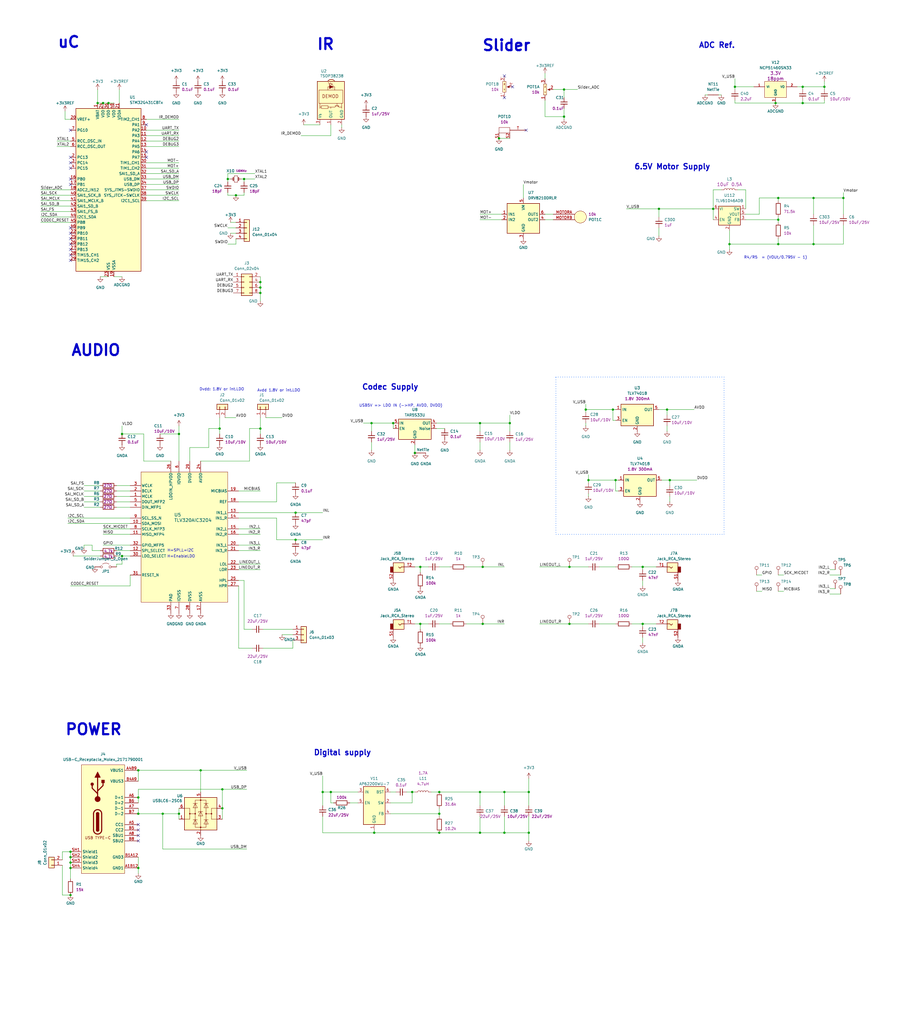
<source format=kicad_sch>
(kicad_sch (version 20250114) (generator "eeschema") (generator_version "9.0")
  (paper "User" 431.8 479.4)
  (lib_symbols
    (symbol "4ms_Capacitor:0.1uF_0603_16V" (pin_numbers (hide yes)) (pin_names (offset 0.254) (hide yes))
      (property "Reference" "C" (at 2.54 2.54 0))
      (property "Display" "0.1uF" (at 5.08 0 0))
      (symbol "0.1uF_0603_16V_1_1"
        (pin passive line (at 0 2.54 270) (length 2.032) (name "~") (number "1"))
        (pin passive line (at 0 -2.54 90) (length 2.032) (name "~") (number "2"))
      )
    )
    (symbol "4ms_Capacitor:100nF_0603_16V" (pin_numbers (hide yes)) (pin_names (offset 0.254) (hide yes))
      (property "Reference" "C" (at 1.905 1.27 0))
      (property "Display" "0.1uF" (at 1.905 -1.27 0))
      (symbol "100nF_0603_16V_1_1"
        (pin passive line (at 0 2.54 270) (length 2.032) (name "~") (number "1"))
        (pin passive line (at 0 -2.54 90) (length 2.032) (name "~") (number "2"))
      )
    )
    (symbol "4ms_Capacitor:10uF_0603_10V" (pin_numbers (hide yes)) (pin_names (offset 0.254) (hide yes))
      (property "Reference" "C" (at 1.905 1.27 0))
      (property "Display" "10uF/10V" (at 1.905 -1.27 0))
      (symbol "10uF_0603_10V_1_1"
        (pin passive line (at 0 2.54 270) (length 2.032) (name "~") (number "1"))
        (pin passive line (at 0 -2.54 90) (length 2.032) (name "~") (number "2"))
      )
    )
    (symbol "4ms_Capacitor:10uF_0805_25V" (pin_numbers (hide yes)) (pin_names (offset 0.254) (hide yes))
      (property "Reference" "C" (at 1.905 1.27 0))
      (property "Display" "10uF/25V" (at 1.905 -1.27 0))
      (symbol "10uF_0805_25V_1_1"
        (pin passive line (at 0 2.54 270) (length 2.032) (name "~") (number "1"))
        (pin passive line (at 0 -2.54 90) (length 2.032) (name "~") (number "2"))
      )
    )
    (symbol "4ms_Capacitor:18pF_0603_50V" (pin_numbers (hide yes)) (pin_names (offset 0.254) (hide yes))
      (property "Reference" "C" (at 1.905 1.27 0))
      (property "Display" "18pF" (at 1.905 -1.27 0))
      (symbol "18pF_0603_50V_1_1"
        (pin passive line (at 0 2.54 270) (length 2.032) (name "~") (number "1"))
        (pin passive line (at 0 -2.54 90) (length 2.032) (name "~") (number "2"))
      )
    )
    (symbol "4ms_Capacitor:1uF_0402_25V" (pin_numbers (hide yes)) (pin_names (offset 0.254) (hide yes))
      (property "Reference" "C24" (at 4.826 0.254 0))
      (property "Display" "1uF" (at 2.54 -1.27 0))
      (symbol "1uF_0402_25V_1_1"
        (pin passive line (at 0 2.54 270) (length 2.032) (name "~") (number "1"))
        (pin passive line (at 0 -2.54 90) (length 2.032) (name "~") (number "2"))
      )
    )
    (symbol "4ms_Capacitor:1uF_0603_25V" (pin_numbers (hide yes)) (pin_names (offset 0.254) (hide yes))
      (property "Reference" "C" (at 1.905 1.27 0))
      (property "Display" "1uF/25V" (at 1.905 -1.27 0))
      (symbol "1uF_0603_25V_1_1"
        (pin passive line (at 0 2.54 270) (length 2.032) (name "~") (number "1"))
        (pin passive line (at 0 -2.54 90) (length 2.032) (name "~") (number "2"))
      )
    )
    (symbol "4ms_Capacitor:2.2uF_0603_25V" (pin_numbers (hide yes)) (pin_names (offset 0.254) (hide yes))
      (property "Reference" "C" (at 1.905 1.27 0))
      (property "Display" "2.2uF" (at 1.905 -1.27 0))
      (symbol "2.2uF_0603_25V_1_1"
        (pin passive line (at 0 2.54 270) (length 2.032) (name "~") (number "1"))
        (pin passive line (at 0 -2.54 90) (length 2.032) (name "~") (number "2"))
      )
    )
    (symbol "4ms_Capacitor:22uF_1206_25V" (pin_numbers (hide yes)) (pin_names (offset 0.254))
      (property "Reference" "C" (at 1.905 1.27 0))
      (property "Display" "22uF/25V" (at 1.905 -1.27 0))
      (symbol "22uF_1206_25V_1_1"
        (pin passive line (at 0 2.54 270) (length 2.032) (name "~") (number "1"))
        (pin passive line (at 0 -2.54 90) (length 2.032) (name "~") (number "2"))
      )
    )
    (symbol "4ms_Capacitor:47nF_0603_35V" (pin_numbers (hide yes)) (pin_names (offset 0.254) (hide yes))
      (property "Reference" "C" (at 1.905 1.27 0))
      (property "Display" "47nF" (at 1.905 -1.27 0))
      (symbol "47nF_0603_35V_1_1"
        (pin passive line (at 0 2.54 270) (length 2.032) (name "~") (number "1"))
        (pin passive line (at 0 -2.54 90) (length 2.032) (name "~") (number "2"))
      )
    )
    (symbol "4ms_Capacitor:47pF_0603_50V" (pin_numbers (hide yes)) (pin_names (offset 0.254) (hide yes))
      (property "Reference" "C" (at 1.905 1.27 0))
      (property "Display" "47pF" (at 1.905 -1.27 0))
      (symbol "47pF_0603_50V_1_1"
        (pin passive line (at 0 2.54 270) (length 2.032) (name "~") (number "1"))
        (pin passive line (at 0 -2.54 90) (length 2.032) (name "~") (number "2"))
      )
    )
    (symbol "4ms_Connector:Conn_01x02" (pin_names (offset 1.016) (hide yes))
      (property "Reference" "J" (at 0 2.54 0))
      (property "Value" "Conn_01x02" (at 0 -5.08 0))
      (symbol "Conn_01x02_1_1"
        (pin passive line (at -5.08 0 0) (length 3.81) (name "Pin_1") (number "1"))
        (pin passive line (at -5.08 -2.54 0) (length 3.81) (name "Pin_2") (number "2"))
      )
    )
    (symbol "4ms_Connector:Conn_01x03" (pin_names (offset 1.016) (hide yes))
      (property "Reference" "J" (at 0 5.08 0))
      (property "Value" "Conn_01x03" (at 0 -5.08 0))
      (symbol "Conn_01x03_1_1"
        (pin passive line (at -5.08 2.54 0) (length 3.81) (name "Pin_1") (number "1"))
        (pin passive line (at -5.08 0 0) (length 3.81) (name "Pin_2") (number "2"))
        (pin passive line (at -5.08 -2.54 0) (length 3.81) (name "Pin_3") (number "3"))
      )
    )
    (symbol "4ms_Connector:Conn_01x04" (pin_names (offset 1.016) (hide yes))
      (property "Reference" "J" (at 0 5.08 0))
      (property "Value" "Conn_01x04" (at 0 -7.62 0))
      (symbol "Conn_01x04_1_1"
        (pin passive line (at -5.08 2.54 0) (length 3.81) (name "Pin_1") (number "1"))
        (pin passive line (at -5.08 0 0) (length 3.81) (name "Pin_2") (number "2"))
        (pin passive line (at -5.08 -2.54 0) (length 3.81) (name "Pin_3") (number "3"))
        (pin passive line (at -5.08 -5.08 0) (length 3.81) (name "Pin_4") (number "4"))
      )
    )
    (symbol "4ms_Connector:Conn_02x04" (pin_names (offset 1.016) (hide yes))
      (property "Reference" "J" (at 1.27 5.08 0))
      (property "Value" "Conn_02x04" (at 1.27 -7.62 0))
      (symbol "Conn_02x04_1_1"
        (pin passive line (at -5.08 2.54 0) (length 3.81) (name "Pin_1") (number "1"))
        (pin passive line (at -5.08 0 0) (length 3.81) (name "Pin_3") (number "3"))
        (pin passive line (at -5.08 -2.54 0) (length 3.81) (name "Pin_5") (number "5"))
        (pin passive line (at -5.08 -5.08 0) (length 3.81) (name "Pin_7") (number "7"))
        (pin passive line (at 7.62 2.54 180) (length 3.81) (name "Pin_2") (number "2"))
        (pin passive line (at 7.62 0 180) (length 3.81) (name "Pin_4") (number "4"))
        (pin passive line (at 7.62 -2.54 180) (length 3.81) (name "Pin_6") (number "6"))
        (pin passive line (at 7.62 -5.08 180) (length 3.81) (name "Pin_8") (number "8"))
      )
    )
    (symbol "4ms_Connector:Jack_RCA_Stereo"
      (property "Reference" "J" (at 0 8.89 0))
      (property "Value" "Jack_RCA_Stereo" (at 0 6.35 0))
      (symbol "Jack_RCA_Stereo_1_1"
        (pin passive line (at -2.54 -6.35 90) (length 3.81) (name "~") (number "S1"))
        (pin passive line (at 7.62 0 180) (length 5.08) (name "~") (number "T1"))
      )
      (symbol "Jack_RCA_Stereo_2_1"
        (pin passive line (at -2.54 -6.35 90) (length 3.81) (name "~") (number "S2"))
        (pin passive line (at 7.62 0 180) (length 5.08) (name "~") (number "T2"))
      )
    )
    (symbol "4ms_Connector:TestPoint" (pin_numbers (hide yes)) (pin_names (offset 0.762) (hide yes))
      (property "Reference" "TP" (at 0 6.858 0))
      (property "Value" "TestPoint" (at 0 5.08 0))
      (symbol "TestPoint_1_1"
        (pin passive line (at 0 0 90) (length 2.54) (name "1") (number "1"))
      )
    )
    (symbol "4ms_Connector:USB-C_Receptacle_Molex_2171790001"
      (property "Reference" "J" (at -3.175 -2.54 0))
      (property "Value" "USB-C_Receptacle_Molex_2171790001" (at 0 31.75 0))
      (symbol "USB-C_Receptacle_Molex_2171790001_1_0"
        (text "USB TYPE-C" (at -2.4421 -4.1676 0) (effects (font (size 1.27 1.27)) (justify top)))
        (pin passive line (at -15.24 -11.43 0) (length 5.08) (name "Shield1") (number "SH1"))
        (pin passive line (at -15.24 -13.97 0) (length 5.08) (name "Shield2") (number "SH2"))
        (pin passive line (at -15.24 -16.51 0) (length 5.08) (name "Shield3") (number "SH3"))
        (pin passive line (at -15.24 -19.05 0) (length 5.08) (name "Shield4") (number "SH4"))
        (pin passive line (at 16.51 26.67 180) (length 6.35) (name "VBUS1") (number "A4B9"))
        (pin passive line (at 16.51 21.59 180) (length 6.35) (name "VBUS3") (number "B4A9"))
        (pin passive line (at 16.51 13.97 180) (length 6.35) (name "D+1") (number "A6"))
        (pin passive line (at 16.51 11.43 180) (length 6.35) (name "D+2") (number "B6"))
        (pin passive line (at 16.51 8.89 180) (length 6.35) (name "D-1") (number "A7"))
        (pin passive line (at 16.51 6.35 180) (length 6.35) (name "D-2") (number "B7"))
        (pin passive line (at 16.51 1.27 180) (length 6.35) (name "CC1") (number "A5"))
        (pin passive line (at 16.51 -1.27 180) (length 6.35) (name "CC2") (number "B5"))
        (pin passive line (at 16.51 -3.81 180) (length 6.35) (name "SBU1") (number "A8"))
        (pin passive line (at 16.51 -6.35 180) (length 6.35) (name "SBU2") (number "B8"))
        (pin passive line (at 16.51 -13.97 180) (length 6.35) (name "GND3") (number "B1A12"))
        (pin passive line (at 16.51 -19.05 180) (length 6.35) (name "GND1") (number "A1B12"))
      )
    )
    (symbol "4ms_Crystal:16MHz_18pF_FA238" (pin_numbers (hide yes)) (pin_names (offset 1.016) (hide yes))
      (property "Reference" "Y" (at 0 2.54 0))
      (property "Display" "16MHz" (at -3.81 -2.54 0))
      (property "Display 2" "18pF" (at -3.1496 -4.445 0))
      (symbol "16MHz_18pF_FA238_1_1"
        (pin passive line (at -2.54 0 0) (length 1.27) (name "1") (number "1"))
        (pin no_connect line (at 0 2.54 270) (length 1.27) (hide yes) (name "4") (number "4"))
        (pin no_connect line (at 0 -2.54 90) (length 1.27) (hide yes) (name "3") (number "3"))
        (pin passive line (at 2.54 0 180) (length 1.27) (name "2") (number "2"))
      )
    )
    (symbol "4ms_IC:AP62200WU-7"
      (property "Reference" "U" (at 0 12.7 0))
      (property "Value" "AP62200WU-7" (at 0 10.16 0))
      (symbol "AP62200WU-7_1_1"
        (pin power_in line (at -7.62 6.35 0) (length 2.54) (name "IN") (number "3"))
        (pin input line (at -7.62 1.27 0) (length 2.54) (name "EN") (number "5"))
        (pin power_in line (at 0 -11.43 90) (length 2.54) (name "GND") (number "1"))
        (pin output line (at 7.62 6.35 180) (length 2.54) (name "BST") (number "6"))
        (pin power_out line (at 7.62 1.27 180) (length 2.54) (name "SW") (number "2"))
        (pin input line (at 7.62 -3.81 180) (length 2.54) (name "FB") (number "4"))
      )
    )
    (symbol "4ms_IC:DRV8210DRLR"
      (property "Reference" "U" (at 6.35 8.89 0))
      (property "Value" "DRV8210DRLR" (at 7.62 -12.7 0))
      (symbol "DRV8210DRLR_1_1"
        (pin input line (at -10.16 2.54 0) (length 2.54) (name "IN1") (number "1"))
        (pin input line (at -10.16 0 0) (length 2.54) (name "IN2") (number "2"))
        (pin power_in line (at 0 10.16 270) (length 2.54) (name "VM") (number "5"))
        (pin power_in line (at 0 -8.89 90) (length 2.54) (name "GND") (number "3"))
        (pin output line (at 10.16 2.54 180) (length 2.54) (name "OUT1") (number "6"))
        (pin power_in line (at 10.16 0 180) (length 2.54) (name "OUT2") (number "4"))
      )
    )
    (symbol "4ms_IC:TLV320AIC3204" (pin_names (offset 0.254))
      (property "Reference" "U" (at 1.27 15.24 0))
      (property "Value" "TLV320AIC3204" (at 1.27 12.7 0))
      (symbol "TLV320AIC3204_0_1"
        (pin bidirectional line (at -25.4 31.75 0) (length 5.08) (name "WCLK") (number "3"))
        (pin bidirectional line (at -25.4 29.21 0) (length 5.08) (name "BCLK") (number "2"))
        (pin input line (at -25.4 26.67 0) (length 5.08) (name "MCLK") (number "1"))
        (pin output line (at -25.4 24.13 0) (length 5.08) (name "DOUT_MFP2") (number "5"))
        (pin input line (at -25.4 21.59 0) (length 5.08) (name "DIN_MFP1") (number "4"))
        (pin input line (at -25.4 16.51 0) (length 5.08) (name "SCL_SS_N") (number "9"))
        (pin input line (at -25.4 13.97 0) (length 5.08) (name "SDA_MOSI") (number "10"))
        (pin input line (at -25.4 11.43 0) (length 5.08) (name "SCLK_MFP3") (number "8"))
        (pin output line (at -25.4 8.89 0) (length 5.08) (name "MISO_MFP4") (number "11"))
        (pin bidirectional line (at -25.4 3.81 0) (length 5.08) (name "GPIO_MFP5") (number "32"))
        (pin input line (at -25.4 1.27 0) (length 5.08) (name "SPI_SELECT") (number "12"))
        (pin input line (at -25.4 -1.27 0) (length 5.08) (name "LDO_SELECT") (number "30"))
        (pin input line (at -25.4 -10.16 0) (length 5.08) (name "RESET_N") (number "31"))
        (pin power_in line (at -6.35 43.18 270) (length 5.08) (name "LDOIN_HPVDD") (number "26"))
        (pin power_in line (at -6.35 -27.94 90) (length 5.08) (name "PAD") (number "33"))
        (pin power_in line (at -2.54 43.18 270) (length 5.08) (name "IOVDD") (number "6"))
        (pin power_in line (at -2.54 -27.94 90) (length 5.08) (name "IOVSS") (number "7"))
        (pin power_in line (at 2.54 43.18 270) (length 5.08) (name "DVDD") (number "29"))
        (pin power_in line (at 2.54 -27.94 90) (length 5.08) (name "DVSS") (number "28"))
        (pin power_in line (at 7.62 43.18 270) (length 5.08) (name "AVDD") (number "24"))
        (pin power_in line (at 7.62 -27.94 90) (length 5.08) (name "AVSS") (number "17"))
        (pin output line (at 25.4 29.21 180) (length 5.08) (name "MICBIAS") (number "19"))
        (pin output line (at 25.4 24.13 180) (length 5.08) (name "REF") (number "18"))
        (pin input line (at 25.4 19.05 180) (length 5.08) (name "IN1_L") (number "13"))
        (pin input line (at 25.4 16.51 180) (length 5.08) (name "IN1_R") (number "14"))
        (pin input line (at 25.4 11.43 180) (length 5.08) (name "IN2_L") (number "15"))
        (pin input line (at 25.4 8.89 180) (length 5.08) (name "IN2_R") (number "16"))
        (pin input line (at 25.4 3.81 180) (length 5.08) (name "IN3_L") (number "20"))
        (pin input line (at 25.4 1.27 180) (length 5.08) (name "IN3_R") (number "21"))
        (pin output line (at 25.4 -5.08 180) (length 5.08) (name "LOL") (number "22"))
        (pin output line (at 25.4 -7.62 180) (length 5.08) (name "LOR") (number "23"))
        (pin output line (at 25.4 -12.7 180) (length 5.08) (name "HPL") (number "25"))
        (pin output line (at 25.4 -15.24 180) (length 5.08) (name "HPR") (number "27"))
      )
    )
    (symbol "4ms_IC:USBLC6-2SC6" (pin_names (hide yes))
      (property "Reference" "U1" (at -8.89 7.62 90))
      (property "Value" "USBLC6-2SC6" (at -13.97 5.08 90))
      (symbol "USBLC6-2SC6_1_1"
        (pin passive line (at -10.16 2.54 0) (length 2.54) (name "I/O1") (number "6"))
        (pin passive line (at -10.16 -2.54 0) (length 2.54) (name "I/O1") (number "1"))
        (pin passive line (at 0 10.16 270) (length 2.54) (name "VBUS") (number "5"))
        (pin passive line (at 0 -10.16 90) (length 2.54) (name "GND") (number "2"))
        (pin passive line (at 10.16 2.54 180) (length 2.54) (name "I/O2") (number "4"))
        (pin passive line (at 10.16 -2.54 180) (length 2.54) (name "I/O2") (number "3"))
      )
    )
    (symbol "4ms_Inductor:10uH_0805_0.5A" (pin_numbers (hide yes)) (pin_names (offset 1.016) (hide yes))
      (property "Reference" "L" (at -1.27 0 90))
      (property "Display" "10uF 0.5A" (at 2.54 1.27 90))
      (symbol "10uH_0805_0.5A_1_1"
        (pin passive line (at 0 3.81 270) (length 1.27) (name "1") (number "1"))
        (pin passive line (at 0 -3.81 90) (length 1.27) (name "2") (number "2"))
      )
    )
    (symbol "4ms_Inductor:4.7uH_1.2A_40xx" (pin_numbers (hide yes)) (pin_names (offset 1.016) (hide yes))
      (property "Reference" "L" (at -1.27 0 90))
      (property "Display" "4.7uH" (at 2.54 0 90))
      (property "Display 2" "1.7A" (at 4.318 -0.0508 90))
      (symbol "4.7uH_1.2A_40xx_1_1"
        (pin passive line (at 0 3.81 270) (length 1.27) (name "1") (number "1"))
        (pin passive line (at 0 -3.81 90) (length 1.27) (name "2") (number "2"))
      )
    )
    (symbol "4ms_Net_Tie:NetTie" (pin_numbers (hide yes)) (pin_names (offset 0) (hide yes)) (in_bom no)
      (property "Value" "NetTie" (at 0 1.27 0))
      (symbol "NetTie_1_1"
        (pin passive line (at -2.54 0 0) (length 2.54) (name "1") (number "1"))
        (pin passive line (at 2.54 0 180) (length 2.54) (name "2") (number "2"))
      )
    )
    (symbol "4ms_Net_Tie:SolderJumper_2_Open" (pin_numbers (hide yes)) (pin_names (offset 0) (hide yes)) (exclude_from_sim yes)
      (property "Reference" "JP" (at 0 2.794 0))
      (property "Value" "SolderJumper_2_Open" (at 0 -2.286 0))
      (symbol "SolderJumper_2_Open_1_1"
        (pin passive line (at -5.08 0 0) (length 2.54) (name "A") (number "1"))
        (pin passive line (at 5.08 0 180) (length 2.54) (name "B") (number "2"))
      )
    )
    (symbol "4ms_Potentiometer:Slider_Dual_Motorized_PSM60-081A-xxx" (pin_names (offset 0) (hide yes))
      (property "Reference" "POT" (at -1.27 6.35 0))
      (property "Display" "10k" (at -1.27 3.81 0))
      (symbol "Slider_Dual_Motorized_PSM60-081A-xxx_1_1"
        (text "Left" (at -1.27 0 0) (effects (font (size 0.254 0.254))))
        (text "Right" (at 1.27 0 0) (effects (font (size 0.254 0.254))))
        (pin passive line (at -5.08 0 0) (length 2.54) (name "Left") (number "1"))
        (pin passive line (at 0 -3.81 90) (length 1.27) (name "Center") (number "2"))
        (pin passive line (at 5.08 0 180) (length 2.54) (name "Right") (number "3"))
      )
      (symbol "Slider_Dual_Motorized_PSM60-081A-xxx_2_1"
        (text "Left" (at -1.27 0 0) (effects (font (size 0.254 0.254))))
        (text "Right" (at 1.27 0 0) (effects (font (size 0.254 0.254))))
        (pin passive line (at -5.08 0 0) (length 2.54) (name "Left") (number "1'"))
        (pin passive line (at 0 -3.81 90) (length 1.27) (name "Center") (number "2'"))
        (pin passive line (at 5.08 0 180) (length 2.54) (name "Right") (number "3'"))
      )
      (symbol "Slider_Dual_Motorized_PSM60-081A-xxx_3_1"
        (pin passive line (at 12.7 1.27 180) (length 10.16) (name "MOTORA") (number "MOTORA"))
        (pin passive line (at 12.7 -1.27 180) (length 10.16) (name "MOTORB") (number "MOTORB"))
      )
      (symbol "Slider_Dual_Motorized_PSM60-081A-xxx_4_1"
        (pin passive line (at -2.54 -3.81 90) (length 2.54) (name "GND") (number "S1"))
        (pin passive line (at 2.54 -3.81 90) (length 2.54) (name "GND") (number "S2"))
        (pin passive line (at 10.16 0 180) (length 7.62) (name "Touch") (number "T"))
      )
    )
    (symbol "4ms_Power_Symbol:+3.3V" (power) (pin_names (offset 0))
      (property "Value" "+3.3V" (at 0 3.556 0))
      (symbol "+3.3V_1_1"
        (pin power_in line (at 0 0 90) (length 0) (hide yes) (name "+3V3") (number "1"))
      )
    )
    (symbol "4ms_Power_Symbol:+3.3VREF" (power) (pin_names (offset 0))
      (property "Value" "+3.3VREF" (at 0 3.556 0))
      (symbol "+3.3VREF_1_1"
        (pin power_in line (at 0 0 90) (length 0) (hide yes) (name "+3V3REF") (number "1"))
      )
    )
    (symbol "4ms_Power_Symbol:ADCGND" (power) (pin_names (offset 0))
      (property "Value" "ADCGND" (at 0 -3.81 0))
      (symbol "ADCGND_1_1"
        (pin power_in line (at 0 0 270) (length 0) (hide yes) (name "ADCGND") (number "1"))
      )
    )
    (symbol "4ms_Power_Symbol:GND" (power) (pin_names (offset 0))
      (property "Value" "GND" (at 0 -3.81 0))
      (symbol "GND_1_1"
        (pin power_in line (at 0 0 270) (length 0) (hide yes) (name "GND") (number "1"))
      )
    )
    (symbol "4ms_Power_Symbol:GNDA" (power) (pin_numbers (hide yes)) (pin_names (offset 0) (hide yes))
      (property "Value" "GNDA" (at 0 -3.81 0))
      (symbol "GNDA_1_1"
        (pin power_in line (at 0 0 270) (length 0) (hide yes) (name "GNDA") (number "1"))
      )
    )
    (symbol "4ms_Reference:NCP51460SN33" (pin_names (offset 0.762))
      (property "Reference" "U" (at 3.81 -4.9784 0))
      (property "Value" "NCP51460SN33" (at 0 5.08 0))
      (property "Display" "3.3V" (at -3.81 10.16 0))
      (property "Display 2" "18ppm" (at -2.54 7.62 0))
      (symbol "NCP51460SN33_1_1"
        (pin input line (at -10.16 1.27 0) (length 5.08) (name "VI") (number "1"))
        (pin input line (at 0 -6.35 90) (length 2.54) (name "GND") (number "3"))
        (pin power_out line (at 10.16 1.27 180) (length 5.08) (name "VO") (number "2"))
      )
    )
    (symbol "4ms_Regulator:TAR5S33U" (pin_names (offset 0.254))
      (property "Reference" "U" (at -6.35 5.715 0))
      (property "Value" "TAR5S33U" (at 0 5.715 0))
      (symbol "TAR5S33U_1_1"
        (pin power_in line (at -10.16 2.54 0) (length 2.54) (name "IN") (number "5"))
        (pin input line (at -10.16 0 0) (length 2.54) (name "EN") (number "1"))
        (pin power_in line (at 0 -7.62 90) (length 2.54) (name "GND") (number "2"))
        (pin power_out line (at 10.16 2.54 180) (length 2.54) (name "OUT") (number "4"))
        (pin passive line (at 10.16 0 180) (length 2.54) (name "Noise") (number "3"))
      )
    )
    (symbol "4ms_Regulator:TLV74018PDBV"
      (property "Reference" "U" (at 0 11.43 0))
      (property "Value" "TLV74018" (at 0 8.89 0))
      (property "Display" "1.8V 300mA" (at 0 6.35 0))
      (symbol "TLV74018PDBV_1_1"
        (pin power_in line (at -10.16 2.54 0) (length 2.54) (name "IN") (number "1"))
        (pin input line (at -10.16 -2.54 0) (length 2.54) (name "EN") (number "3"))
        (pin power_in line (at 0 -7.62 90) (length 2.54) (name "GND") (number "2"))
        (pin power_out line (at 10.16 2.54 180) (length 2.54) (name "OUT") (number "5"))
        (pin no_connect line (at 10.16 -15.24 180) (length 2.54) (hide yes) (name "NC") (number "4"))
      )
    )
    (symbol "4ms_Resistor_0603:10.2k_0603" (pin_numbers (hide yes)) (pin_names (offset 0))
      (property "Reference" "R" (at 2.032 0 90))
      (property "Display" "10.2k" (at 3.81 0 90))
      (symbol "10.2k_0603_1_1"
        (pin passive line (at 0 3.81 270) (length 1.27) (name "~") (number "1"))
        (pin passive line (at 0 -3.81 90) (length 1.27) (name "~") (number "2"))
      )
    )
    (symbol "4ms_Resistor_0603:100k_0603" (pin_numbers (hide yes)) (pin_names (offset 0))
      (property "Reference" "R" (at 2.032 0 90))
      (property "Display" "100k" (at 3.81 0 90))
      (symbol "100k_0603_1_1"
        (pin passive line (at 0 3.81 270) (length 1.27) (name "~") (number "1"))
        (pin passive line (at 0 -3.81 90) (length 1.27) (name "~") (number "2"))
      )
    )
    (symbol "4ms_Resistor_0603:100Ω_0603" (pin_numbers (hide yes)) (pin_names (offset 0))
      (property "Reference" "R" (at 2.032 0 90))
      (property "Display" "100Ω" (at 3.81 0 90))
      (symbol "100Ω_0603_1_1"
        (pin passive line (at 0 3.81 270) (length 1.27) (name "~") (number "1"))
        (pin passive line (at 0 -3.81 90) (length 1.27) (name "~") (number "2"))
      )
    )
    (symbol "4ms_Resistor_0603:10k_0603" (pin_numbers (hide yes)) (pin_names (offset 0))
      (property "Reference" "R" (at 2.032 0 90))
      (property "Display" "10k" (at 3.81 0 90))
      (symbol "10k_0603_1_1"
        (pin passive line (at 0 3.81 270) (length 1.27) (name "~") (number "1"))
        (pin passive line (at 0 -3.81 90) (length 1.27) (name "~") (number "2"))
      )
    )
    (symbol "4ms_Resistor_0603:15k_0603" (pin_numbers (hide yes)) (pin_names (offset 0))
      (property "Reference" "R" (at 2.032 0 90))
      (property "Display" "15k" (at 3.81 0 90))
      (symbol "15k_0603_1_1"
        (pin passive line (at 0 3.81 270) (length 1.27) (name "~") (number "1"))
        (pin passive line (at 0 -3.81 90) (length 1.27) (name "~") (number "2"))
      )
    )
    (symbol "4ms_Resistor_0603:1k_0603" (pin_numbers (hide yes)) (pin_names (offset 0))
      (property "Reference" "R" (at 2.032 0 90))
      (property "Display" "1k" (at 3.81 0 90))
      (symbol "1k_0603_1_1"
        (pin passive line (at 0 3.81 270) (length 1.27) (name "~") (number "1"))
        (pin passive line (at 0 -3.81 90) (length 1.27) (name "~") (number "2"))
      )
    )
    (symbol "4ms_Resistor_0603:27Ω_0603" (pin_numbers (hide yes)) (pin_names (offset 0))
      (property "Reference" "R" (at 2.032 0 90))
      (property "Display" "27Ω" (at 3.81 0 90))
      (symbol "27Ω_0603_1_1"
        (pin passive line (at 0 3.81 270) (length 1.27) (name "~") (number "1"))
        (pin passive line (at 0 -3.81 90) (length 1.27) (name "~") (number "2"))
      )
    )
    (symbol "4ms_Resistor_0603:31.6k_0603" (pin_numbers (hide yes)) (pin_names (offset 0))
      (property "Reference" "R" (at 2.032 0 90))
      (property "Display" "31.6k" (at 3.81 0 90))
      (symbol "31.6k_0603_1_1"
        (pin passive line (at 0 3.81 270) (length 1.27) (name "~") (number "1"))
        (pin passive line (at 0 -3.81 90) (length 1.27) (name "~") (number "2"))
      )
    )
    (symbol "4ms_Resistor_0603:4.7k_0603" (pin_numbers (hide yes)) (pin_names (offset 0))
      (property "Reference" "R" (at 2.032 0 90))
      (property "Display" "4.7k" (at 3.81 0 90))
      (symbol "4.7k_0603_1_1"
        (pin passive line (at 0 3.81 270) (length 1.27) (name "~") (number "1"))
        (pin passive line (at 0 -3.81 90) (length 1.27) (name "~") (number "2"))
      )
    )
    (symbol "4ms_Resistor_0603:71.5k_0603" (pin_numbers (hide yes)) (pin_names (offset 0))
      (property "Reference" "R" (at 2.032 0 90))
      (property "Display" "71.5k" (at 3.81 0 90))
      (symbol "71.5k_0603_1_1"
        (pin passive line (at 0 3.81 270) (length 1.27) (name "~") (number "1"))
        (pin passive line (at 0 -3.81 90) (length 1.27) (name "~") (number "2"))
      )
    )
    (symbol "Interface_Optical:TSOP382xx"
      (property "Reference" "U" (at -10.16 7.62 0))
      (property "Value" "TSOP382xx" (at -10.16 -7.62 0))
      (symbol "TSOP382xx_0_0"
        (text "DEMOD" (at -3.175 0.254 900) (effects (font (size 1.524 1.524))))
      )
      (symbol "TSOP382xx_1_1"
        (pin power_in line (at 10.16 5.08 180) (length 2.54) (name "Vs") (number "3"))
        (pin output line (at 10.16 0 180) (length 2.54) (name "OUT") (number "1"))
        (pin power_in line (at 10.16 -5.08 180) (length 2.54) (name "GND") (number "2"))
      )
    )
    (symbol "MCU_ST_STM32G4:STM32G431CBTx"
      (property "Reference" "U" (at -15.24 39.37 0))
      (property "Value" "STM32G431CBTx" (at 7.62 39.37 0))
      (symbol "STM32G431CBTx_1_1"
        (pin input line (at -17.78 33.02 0) (length 2.54) (name "VREF+") (number "20"))
        (pin bidirectional line (at -17.78 27.94 0) (length 2.54) (name "PG10") (number "7"))
        (pin bidirectional line (at -17.78 22.86 0) (length 2.54) (name "PF0") (number "5") (alternate "RCC_OSC_IN" bidirectional line))
        (pin bidirectional line (at -17.78 20.32 0) (length 2.54) (name "PF1") (number "6") (alternate "RCC_OSC_OUT" bidirectional line))
        (pin bidirectional line (at -17.78 15.24 0) (length 2.54) (name "PC13") (number "2"))
        (pin bidirectional line (at -17.78 12.7 0) (length 2.54) (name "PC14") (number "3"))
        (pin bidirectional line (at -17.78 10.16 0) (length 2.54) (name "PC15") (number "4"))
        (pin bidirectional line (at -17.78 5.08 0) (length 2.54) (name "PB0") (number "16"))
        (pin bidirectional line (at -17.78 2.54 0) (length 2.54) (name "PB1") (number "17"))
        (pin bidirectional line (at -17.78 0 0) (length 2.54) (name "PB2") (number "18") (alternate "ADC2_IN12" bidirectional line))
        (pin bidirectional line (at -17.78 -2.54 0) (length 2.54) (name "PB3") (number "40") (alternate "SAI1_SCK_B" bidirectional line))
        (pin bidirectional line (at -17.78 -5.08 0) (length 2.54) (name "PB4") (number "41") (alternate "SAI1_MCLK_B" bidirectional line))
        (pin bidirectional line (at -17.78 -7.62 0) (length 2.54) (name "PB5") (number "42") (alternate "SAI1_SD_B" bidirectional line))
        (pin bidirectional line (at -17.78 -10.16 0) (length 2.54) (name "PB6") (number "43") (alternate "SAI1_FS_B" bidirectional line))
        (pin bidirectional line (at -17.78 -12.7 0) (length 2.54) (name "PB7") (number "44") (alternate "I2C1_SDA" bidirectional line))
        (pin bidirectional line (at -17.78 -15.24 0) (length 2.54) (name "PB8") (number "45") (alternate "I2C1_SCL" bidirectional line))
        (pin bidirectional line (at -17.78 -17.78 0) (length 2.54) (name "PB9") (number "46") (alternate "I2C1_SDA" bidirectional line))
        (pin bidirectional line (at -17.78 -20.32 0) (length 2.54) (name "PB10") (number "22"))
        (pin bidirectional line (at -17.78 -22.86 0) (length 2.54) (name "PB11") (number "25"))
        (pin bidirectional line (at -17.78 -25.4 0) (length 2.54) (name "PB12") (number "26"))
        (pin bidirectional line (at -17.78 -27.94 0) (length 2.54) (name "PB13") (number "27"))
        (pin bidirectional line (at -17.78 -30.48 0) (length 2.54) (name "PB14") (number "28") (alternate "TIM15_CH1" bidirectional line))
        (pin bidirectional line (at -17.78 -33.02 0) (length 2.54) (name "PB15") (number "29") (alternate "TIM15_CH2" bidirectional line))
        (pin power_in line (at -5.08 40.64 270) (length 2.54) (name "VBAT") (number "1"))
        (pin power_in line (at -2.54 40.64 270) (length 2.54) (name "VDD") (number "24"))
        (pin power_in line (at 0 40.64 270) (length 2.54) (name "VDD") (number "36"))
        (pin power_in line (at 0 -40.64 90) (length 2.54) (name "VSS") (number "23"))
        (pin passive line (at 0 -40.64 90) (length 2.54) (hide yes) (name "VSS") (number "35"))
        (pin passive line (at 0 -40.64 90) (length 2.54) (hide yes) (name "VSS") (number "47"))
        (pin power_in line (at 2.54 40.64 270) (length 2.54) (name "VDD") (number "48"))
        (pin power_in line (at 2.54 -40.64 90) (length 2.54) (name "VSSA") (number "19"))
        (pin power_in line (at 5.08 40.64 270) (length 2.54) (name "VDDA") (number "21"))
        (pin bidirectional line (at 17.78 33.02 180) (length 2.54) (name "PA0") (number "8") (alternate "TIM2_CH1" bidirectional line))
        (pin bidirectional line (at 17.78 30.48 180) (length 2.54) (name "PA1") (number "9"))
        (pin bidirectional line (at 17.78 27.94 180) (length 2.54) (name "PA2") (number "10") (alternate "TIM15_CH1" bidirectional line))
        (pin bidirectional line (at 17.78 25.4 180) (length 2.54) (name "PA3") (number "11") (alternate "TIM15_CH2" bidirectional line))
        (pin bidirectional line (at 17.78 22.86 180) (length 2.54) (name "PA4") (number "12") (alternate "SAI1_FS_B" bidirectional line))
        (pin bidirectional line (at 17.78 20.32 180) (length 2.54) (name "PA5") (number "13") (alternate "TIM2_CH1" bidirectional line))
        (pin bidirectional line (at 17.78 17.78 180) (length 2.54) (name "PA6") (number "14"))
        (pin bidirectional line (at 17.78 15.24 180) (length 2.54) (name "PA7") (number "15"))
        (pin bidirectional line (at 17.78 12.7 180) (length 2.54) (name "PA8") (number "30") (alternate "TIM1_CH1" bidirectional line))
        (pin bidirectional line (at 17.78 10.16 180) (length 2.54) (name "PA9") (number "31") (alternate "TIM1_CH2" bidirectional line))
        (pin bidirectional line (at 17.78 7.62 180) (length 2.54) (name "PA10") (number "32") (alternate "SAI1_SD_A" bidirectional line))
        (pin bidirectional line (at 17.78 5.08 180) (length 2.54) (name "PA11") (number "33") (alternate "USB_DM" bidirectional line))
        (pin bidirectional line (at 17.78 2.54 180) (length 2.54) (name "PA12") (number "34") (alternate "USB_DP" bidirectional line))
        (pin bidirectional line (at 17.78 0 180) (length 2.54) (name "PA13") (number "37") (alternate "I2C1_SCL" bidirectional line) (alternate "SAI1_SD_B" bidirectional line) (alternate "SYS_JTMS-SWDIO" bidirectional line))
        (pin bidirectional line (at 17.78 -2.54 180) (length 2.54) (name "PA14") (number "38") (alternate "I2C1_SDA" bidirectional line) (alternate "SAI1_FS_B" bidirectional line) (alternate "SYS_JTCK-SWCLK" bidirectional line))
        (pin bidirectional line (at 17.78 -5.08 180) (length 2.54) (name "PA15") (number "39") (alternate "I2C1_SCL" bidirectional line) (alternate "TIM2_CH1" bidirectional line))
      )
    )
    (symbol "Regulator_Switching:TLV61046ADB" (pin_names (offset 0.254))
      (property "Reference" "U" (at -5.08 7.62 0))
      (property "Value" "TLV61046ADB" (at 0 7.62 0))
      (symbol "TLV61046ADB_1_1"
        (pin power_in line (at -7.62 5.08 0) (length 2.54) (name "VI") (number "6"))
        (pin input line (at -7.62 0 0) (length 2.54) (name "EN") (number "4"))
        (pin power_in line (at 0 -5.08 90) (length 2.54) (name "GND") (number "2"))
        (pin output line (at 7.62 5.08 180) (length 2.54) (name "SW") (number "1"))
        (pin power_out line (at 7.62 2.54 180) (length 2.54) (name "VOUT") (number "5"))
        (pin input line (at 7.62 0 180) (length 2.54) (name "FB") (number "3"))
      )
    )
    (symbol "power:+3V3" (power) (pin_numbers (hide yes)) (pin_names (offset 0) (hide yes))
      (property "Value" "+3V3" (at 0 3.556 0))
      (symbol "+3V3_1_1"
        (pin power_in line (at 0 0 90) (length 0) (name "~") (number "1"))
      )
    )
    (symbol "power:GND" (power) (pin_numbers (hide yes)) (pin_names (offset 0) (hide yes))
      (property "Value" "GND" (at 0 -3.81 0))
      (symbol "GND_1_1"
        (pin power_in line (at 0 0 270) (length 0) (name "~") (number "1"))
      )
    )
    (symbol "power:GNDA" (power) (pin_numbers (hide yes)) (pin_names (offset 0) (hide yes))
      (property "Value" "GNDA" (at 0 -3.81 0))
      (symbol "GNDA_1_1"
        (pin power_in line (at 0 0 270) (length 0) (name "~") (number "1"))
      )
    )
  )
  (rectangle (start 260.35 176.53) (end 339.09 250.19) (stroke (width 0.25) (type dot) (color 2 95 255 1)))
  (text "H=SPI,L=I2C" (at 84.582 257.81 0) (effects (font (size 1.27 1.27))))
  (text "Slider" (at 225.552 24.384 0) (effects (font (size 5.08 5.08) (thickness 1.016) (bold yes)) (justify left bottom)))
  (text "Codec Supply" (at 169.418 179.832 0) (effects (font (size 2.54 2.54) (thickness 0.508) (bold yes)) (justify left top)))
  (text "R4/R5  = (VOUt/0.795V - 1)" (at 363.22 120.65 0) (effects (font (size 1.27 1.27))))
  (text "POWER" (at 30.226 344.678 0) (effects (font (size 5.08 5.08) (thickness 1.016) (bold yes)) (justify left bottom)))
  (text "H=EnableLDO" (at 84.836 260.604 0) (effects (font (size 1.27 1.27))))
  (text "Digital supply" (at 146.812 351.028 0) (effects (font (size 2.54 2.54) (thickness 0.508) (bold yes)) (justify left top)))
  (text "Dvdd: 1.8V or int.LDO" (at 103.886 182.372 0) (effects (font (size 1.27 1.27))))
  (text "USB5V => LDO IN (->HP, AVDD, DVDD)" (at 187.706 189.992 0) (effects (font (size 1.27 1.27))))
  (text "Avdd 1.8V or int.LDO" (at 130.556 182.88 0) (effects (font (size 1.27 1.27))))
  (text "AUDIO" (at 33.02 167.132 0) (effects (font (size 5.08 5.08) (thickness 1.016) (bold yes)) (justify left bottom)))
  (text "6.5V Motor Supply" (at 296.926 76.708 0) (effects (font (size 2.54 2.54) (thickness 0.508) (bold yes)) (justify left top)))
  (text "uC" (at 26.67 22.86 0) (effects (font (size 5.08 5.08) (thickness 1.016) (bold yes)) (justify left bottom)))
  (text "IR" (at 148.082 23.876 0) (effects (font (size 5.08 5.08) (thickness 1.016) (bold yes)) (justify left bottom)))
  (text "ADC Ref." (at 327.152 19.812 0) (effects (font (size 2.54 2.54) (thickness 0.508) (bold yes)) (justify left top)))
  (junction (at 205.74 370.84))
  (junction (at 83.82 203.2))
  (junction (at 363.22 48.26))
  (junction (at 33.02 401.32))
  (junction (at 238.76 198.12))
  (junction (at 64.77 381))
  (junction (at 121.92 132.08))
  (junction (at 233.68 64.77))
  (junction (at 50.8 48.26))
  (junction (at 313.69 224.79))
  (junction (at 224.79 389.89))
  (junction (at 287.02 191.77))
  (junction (at 48.26 48.26))
  (junction (at 175.26 389.89))
  (junction (at 114.3 83.82))
  (junction (at 266.7 292.1))
  (junction (at 196.85 265.43))
  (junction (at 33.02 398.78))
  (junction (at 275.59 224.79))
  (junction (at 224.79 198.12))
  (junction (at 138.43 240.03))
  (junction (at 375.92 40.64))
  (junction (at 264.16 54.61))
  (junction (at 300.99 265.43))
  (junction (at 138.43 252.73))
  (junction (at 193.04 370.84))
  (junction (at 121.92 200.66))
  (junction (at 312.42 191.77))
  (junction (at 121.92 137.16))
  (junction (at 375.92 48.26))
  (junction (at 154.94 370.84))
  (junction (at 334.01 97.79))
  (junction (at 110.49 91.44))
  (junction (at 264.16 41.91))
  (junction (at 247.65 389.89))
  (junction (at 104.14 378.46))
  (junction (at 288.29 224.79))
  (junction (at 33.02 419.1))
  (junction (at 224.79 370.84))
  (junction (at 226.06 265.43))
  (junction (at 394.97 92.71))
  (junction (at 300.99 292.1))
  (junction (at 364.49 102.87))
  (junction (at 205.74 381))
  (junction (at 266.7 265.43))
  (junction (at 102.87 200.66))
  (junction (at 236.22 389.89))
  (junction (at 184.15 198.12))
  (junction (at 274.32 191.77))
  (junction (at 381 92.71))
  (junction (at 205.74 389.89))
  (junction (at 196.85 292.1))
  (junction (at 194.31 212.09))
  (junction (at 151.13 370.84))
  (junction (at 173.99 198.12))
  (junction (at 308.61 97.79))
  (junction (at 341.63 114.3))
  (junction (at 33.02 403.86))
  (junction (at 236.22 370.84))
  (junction (at 381 114.3))
  (junction (at 364.49 114.3))
  (junction (at 247.65 370.84))
  (junction (at 45.72 48.26))
  (junction (at 57.15 203.2))
  (junction (at 57.15 260.35))
  (junction (at 386.08 40.64))
  (junction (at 64.77 373.38))
  (junction (at 64.77 360.68))
  (junction (at 106.68 83.82))
  (junction (at 76.2 381))
  (junction (at 226.06 292.1))
  (junction (at 93.98 360.68))
  (junction (at 83.82 381))
  (junction (at 121.92 134.62))
  (junction (at 33.02 406.4))
  (junction (at 344.17 40.64))
  (junction (at 364.49 92.71))
  (junction (at 104.14 369.57))
  (junction (at 64.77 406.4))
  (no_connect (at 33.02 111.76))
  (no_connect (at 33.02 78.74))
  (no_connect (at 33.02 60.96))
  (no_connect (at 33.02 73.66))
  (no_connect (at 246.38 60.96))
  (no_connect (at 33.02 109.22))
  (no_connect (at 33.02 86.36))
  (no_connect (at 33.02 114.3))
  (no_connect (at 33.02 116.84))
  (no_connect (at 64.77 388.62))
  (no_connect (at 64.77 386.08))
  (no_connect (at 64.77 391.16))
  (no_connect (at 33.02 83.82))
  (no_connect (at 68.58 73.66))
  (no_connect (at 240.03 40.64))
  (no_connect (at 33.02 119.38))
  (no_connect (at 68.58 71.12))
  (no_connect (at 33.02 106.68))
  (no_connect (at 236.22 45.72))
  (no_connect (at 68.58 58.42))
  (no_connect (at 33.02 76.2))
  (no_connect (at 33.02 121.92))
  (no_connect (at 236.22 35.56))
  (no_connect (at 64.77 393.7))
  (wire (pts (xy 210.82 265.43) (xy 205.74 265.43)))
  (wire (pts (xy 224.79 389.89) (xy 236.22 389.89)))
  (wire (pts (xy 121.92 257.81) (xy 111.76 257.81)))
  (wire (pts (xy 43.18 255.27) (xy 39.37 255.27)))
  (wire (pts (xy 39.37 237.49) (xy 46.99 237.49)))
  (wire (pts (xy 33.02 99.06) (xy 19.05 99.06)))
  (wire (pts (xy 224.79 198.12) (xy 224.79 201.93)))
  (wire (pts (xy 97.79 209.55) (xy 97.79 200.66)))
  (wire (pts (xy 104.14 378.46) (xy 104.14 369.57)))
  (wire (pts (xy 381 105.41) (xy 381 114.3)))
  (wire (pts (xy 68.58 93.98) (xy 83.82 93.98)))
  (wire (pts (xy 48.26 247.65) (xy 60.96 247.65)))
  (wire (pts (xy 151.13 382.27) (xy 151.13 389.89)))
  (wire (pts (xy 386.08 46.99) (xy 386.08 48.26)))
  (wire (pts (xy 106.68 106.68) (xy 110.49 106.68)))
  (wire (pts (xy 151.13 370.84) (xy 154.94 370.84)))
  (wire (pts (xy 373.38 40.64) (xy 375.92 40.64)))
  (wire (pts (xy 364.49 92.71) (xy 364.49 93.98)))
  (wire (pts (xy 388.62 278.13) (xy 393.7 278.13)))
  (wire (pts (xy 200.66 265.43) (xy 196.85 265.43)))
  (wire (pts (xy 83.82 215.9) (xy 83.82 203.2)))
  (wire (pts (xy 349.25 100.33) (xy 355.6 100.33)))
  (wire (pts (xy 344.17 40.64) (xy 353.06 40.64)))
  (wire (pts (xy 64.77 378.46) (xy 64.77 381)))
  (wire (pts (xy 204.47 198.12) (xy 224.79 198.12)))
  (wire (pts (xy 64.77 360.68) (xy 93.98 360.68)))
  (wire (pts (xy 238.76 198.12) (xy 238.76 201.93)))
  (wire (pts (xy 106.68 83.82) (xy 107.95 83.82)))
  (wire (pts (xy 163.83 375.92) (xy 167.64 375.92)))
  (wire (pts (xy 205.74 389.89) (xy 175.26 389.89)))
  (wire (pts (xy 295.91 265.43) (xy 300.99 265.43)))
  (wire (pts (xy 201.93 370.84) (xy 205.74 370.84)))
  (wire (pts (xy 60.96 232.41) (xy 54.61 232.41)))
  (wire (pts (xy 29.21 398.78) (xy 33.02 398.78)))
  (wire (pts (xy 233.68 64.77) (xy 238.76 64.77)))
  (wire (pts (xy 274.32 198.12) (xy 274.32 199.39)))
  (wire (pts (xy 121.92 129.54) (xy 121.92 132.08)))
  (wire (pts (xy 104.14 378.46) (xy 104.14 383.54)))
  (wire (pts (xy 121.92 266.7) (xy 111.76 266.7)))
  (wire (pts (xy 30.48 52.07) (xy 30.48 55.88)))
  (wire (pts (xy 64.77 369.57) (xy 64.77 373.38)))
  (wire (pts (xy 264.16 54.61) (xy 255.27 54.61)))
  (wire (pts (xy 57.15 264.16) (xy 54.61 264.16)))
  (wire (pts (xy 68.58 66.04) (xy 83.82 66.04)))
  (wire (pts (xy 68.58 91.44) (xy 83.82 91.44)))
  (wire (pts (xy 43.18 257.81) (xy 43.18 255.27)))
  (wire (pts (xy 236.22 265.43) (xy 226.06 265.43)))
  (wire (pts (xy 19.05 101.6) (xy 33.02 101.6)))
  (wire (pts (xy 124.46 195.58) (xy 132.08 195.58)))
  (wire (pts (xy 57.15 203.2) (xy 67.31 203.2)))
  (wire (pts (xy 337.82 44.45) (xy 336.55 44.45)))
  (wire (pts (xy 54.61 257.81) (xy 60.96 257.81)))
  (wire (pts (xy 275.59 224.79) (xy 288.29 224.79)))
  (wire (pts (xy 394.97 90.17) (xy 394.97 92.71)))
  (wire (pts (xy 295.91 292.1) (xy 300.99 292.1)))
  (wire (pts (xy 129.54 234.95) (xy 129.54 226.06)))
  (wire (pts (xy 64.77 360.68) (xy 64.77 365.76)))
  (wire (pts (xy 205.74 389.89) (xy 224.79 389.89)))
  (wire (pts (xy 194.31 292.1) (xy 196.85 292.1)))
  (wire (pts (xy 364.49 276.86) (xy 367.03 276.86)))
  (wire (pts (xy 236.22 389.89) (xy 247.65 389.89)))
  (wire (pts (xy 57.15 260.35) (xy 60.96 260.35)))
  (wire (pts (xy 226.06 292.1) (xy 218.44 292.1)))
  (wire (pts (xy 76.2 381) (xy 76.2 397.51)))
  (wire (pts (xy 68.58 63.5) (xy 83.82 63.5)))
  (wire (pts (xy 68.58 81.28) (xy 83.82 81.28)))
  (wire (pts (xy 173.99 198.12) (xy 173.99 201.93)))
  (wire (pts (xy 121.92 255.27) (xy 111.76 255.27)))
  (wire (pts (xy 300.99 265.43) (xy 300.99 266.7)))
  (wire (pts (xy 154.94 63.5) (xy 140.97 63.5)))
  (wire (pts (xy 364.49 102.87) (xy 364.49 104.14)))
  (wire (pts (xy 54.61 260.35) (xy 57.15 260.35)))
  (wire (pts (xy 116.84 215.9) (xy 116.84 200.66)))
  (wire (pts (xy 68.58 78.74) (xy 83.82 78.74)))
  (wire (pts (xy 375.92 46.99) (xy 375.92 48.26)))
  (wire (pts (xy 259.08 41.91) (xy 264.16 41.91)))
  (wire (pts (xy 39.37 255.27) (xy 39.37 256.54)))
  (wire (pts (xy 204.47 200.66) (xy 208.28 200.66)))
  (wire (pts (xy 264.16 50.8) (xy 264.16 54.61)))
  (wire (pts (xy 116.84 200.66) (xy 121.92 200.66)))
  (wire (pts (xy 107.95 109.22) (xy 110.49 109.22)))
  (wire (pts (xy 102.87 200.66) (xy 102.87 203.2)))
  (wire (pts (xy 88.9 209.55) (xy 97.79 209.55)))
  (wire (pts (xy 46.99 257.81) (xy 43.18 257.81)))
  (wire (pts (xy 275.59 222.25) (xy 275.59 224.79)))
  (wire (pts (xy 308.61 191.77) (xy 312.42 191.77)))
  (wire (pts (xy 83.82 199.39) (xy 83.82 203.2)))
  (wire (pts (xy 67.31 215.9) (xy 80.01 215.9)))
  (wire (pts (xy 341.63 114.3) (xy 341.63 116.84)))
  (wire (pts (xy 364.49 101.6) (xy 364.49 102.87)))
  (wire (pts (xy 68.58 60.96) (xy 83.82 60.96)))
  (wire (pts (xy 182.88 381) (xy 205.74 381)))
  (wire (pts (xy 224.79 100.33) (xy 234.95 100.33)))
  (wire (pts (xy 313.69 224.79) (xy 326.39 224.79)))
  (wire (pts (xy 33.02 274.32) (xy 60.96 274.32)))
  (wire (pts (xy 106.68 114.3) (xy 110.49 114.3)))
  (wire (pts (xy 121.92 195.58) (xy 121.92 200.66)))
  (wire (pts (xy 106.68 85.09) (xy 106.68 83.82)))
  (wire (pts (xy 111.76 274.32) (xy 111.76 303.53)))
  (wire (pts (xy 175.26 388.62) (xy 175.26 389.89)))
  (wire (pts (xy 193.04 370.84) (xy 193.04 375.92)))
  (wire (pts (xy 193.04 370.84) (xy 194.31 370.84)))
  (wire (pts (xy 154.94 370.84) (xy 154.94 375.92)))
  (wire (pts (xy 121.92 250.19) (xy 111.76 250.19)))
  (wire (pts (xy 64.77 381) (xy 76.2 381)))
  (wire (pts (xy 375.92 48.26) (xy 386.08 48.26)))
  (wire (pts (xy 280.67 265.43) (xy 288.29 265.43)))
  (wire (pts (xy 60.96 274.32) (xy 60.96 269.24)))
  (wire (pts (xy 83.82 86.36) (xy 68.58 86.36)))
  (wire (pts (xy 388.62 275.59) (xy 391.16 275.59)))
  (wire (pts (xy 224.79 210.82) (xy 224.79 207.01)))
  (wire (pts (xy 236.22 370.84) (xy 247.65 370.84)))
  (wire (pts (xy 57.15 199.39) (xy 57.15 203.2)))
  (wire (pts (xy 293.37 97.79) (xy 308.61 97.79)))
  (wire (pts (xy 19.05 104.14) (xy 33.02 104.14)))
  (wire (pts (xy 54.61 264.16) (xy 54.61 265.43)))
  (wire (pts (xy 154.94 370.84) (xy 167.64 370.84)))
  (wire (pts (xy 224.79 377.19) (xy 224.79 370.84)))
  (wire (pts (xy 46.99 129.54) (xy 50.8 129.54)))
  (wire (pts (xy 388.62 266.7) (xy 391.16 266.7)))
  (wire (pts (xy 264.16 41.91) (xy 264.16 45.72)))
  (wire (pts (xy 93.98 215.9) (xy 116.84 215.9)))
  (wire (pts (xy 111.76 229.87) (xy 121.92 229.87)))
  (wire (pts (xy 83.82 381) (xy 83.82 383.54)))
  (wire (pts (xy 300.99 271.78) (xy 300.99 274.32)))
  (wire (pts (xy 300.99 298.45) (xy 300.99 300.99)))
  (wire (pts (xy 33.02 91.44) (xy 19.05 91.44)))
  (wire (pts (xy 354.33 269.24) (xy 356.87 269.24)))
  (wire (pts (xy 255.27 34.29) (xy 255.27 36.83)))
  (wire (pts (xy 394.97 114.3) (xy 381 114.3)))
  (wire (pts (xy 224.79 102.87) (xy 234.95 102.87)))
  (wire (pts (xy 287.02 191.77) (xy 288.29 191.77)))
  (wire (pts (xy 129.54 226.06) (xy 138.43 226.06)))
  (wire (pts (xy 60.96 227.33) (xy 54.61 227.33)))
  (wire (pts (xy 388.62 269.24) (xy 393.7 269.24)))
  (wire (pts (xy 88.9 215.9) (xy 88.9 209.55)))
  (wire (pts (xy 312.42 201.93) (xy 312.42 199.39)))
  (wire (pts (xy 224.79 382.27) (xy 224.79 389.89)))
  (wire (pts (xy 68.58 55.88) (xy 83.82 55.88)))
  (wire (pts (xy 355.6 100.33) (xy 355.6 92.71)))
  (wire (pts (xy 224.79 198.12) (xy 238.76 198.12)))
  (wire (pts (xy 114.3 91.44) (xy 110.49 91.44)))
  (wire (pts (xy 334.01 88.9) (xy 337.82 88.9)))
  (wire (pts (xy 341.63 114.3) (xy 364.49 114.3)))
  (wire (pts (xy 68.58 76.2) (xy 83.82 76.2)))
  (wire (pts (xy 121.92 264.16) (xy 111.76 264.16)))
  (wire (pts (xy 255.27 100.33) (xy 259.08 100.33)))
  (wire (pts (xy 55.88 41.91) (xy 55.88 48.26)))
  (wire (pts (xy 121.92 134.62) (xy 121.92 137.16)))
  (wire (pts (xy 224.79 370.84) (xy 236.22 370.84)))
  (wire (pts (xy 386.08 41.91) (xy 386.08 40.64)))
  (wire (pts (xy 64.77 373.38) (xy 64.77 375.92)))
  (wire (pts (xy 151.13 363.22) (xy 151.13 370.84)))
  (wire (pts (xy 151.13 377.19) (xy 151.13 370.84)))
  (wire (pts (xy 48.26 255.27) (xy 60.96 255.27)))
  (wire (pts (xy 375.92 40.64) (xy 375.92 41.91)))
  (wire (pts (xy 238.76 210.82) (xy 238.76 207.01)))
  (wire (pts (xy 114.3 85.09) (xy 114.3 83.82)))
  (wire (pts (xy 308.61 110.49) (xy 308.61 106.68)))
  (wire (pts (xy 57.15 260.35) (xy 57.15 264.16)))
  (wire (pts (xy 83.82 378.46) (xy 83.82 381)))
  (wire (pts (xy 266.7 292.1) (xy 275.59 292.1)))
  (wire (pts (xy 381 92.71) (xy 394.97 92.71)))
  (wire (pts (xy 39.37 227.33) (xy 46.99 227.33)))
  (wire (pts (xy 266.7 265.43) (xy 275.59 265.43)))
  (wire (pts (xy 151.13 389.89) (xy 175.26 389.89)))
  (wire (pts (xy 60.96 237.49) (xy 54.61 237.49)))
  (wire (pts (xy 31.75 245.11) (xy 60.96 245.11)))
  (wire (pts (xy 226.06 265.43) (xy 218.44 265.43)))
  (wire (pts (xy 363.22 48.26) (xy 375.92 48.26)))
  (wire (pts (xy 288.29 229.87) (xy 289.56 229.87)))
  (wire (pts (xy 364.49 269.24) (xy 367.03 269.24)))
  (wire (pts (xy 123.19 303.53) (xy 137.16 303.53)))
  (wire (pts (xy 50.8 48.26) (xy 53.34 48.26)))
  (wire (pts (xy 308.61 97.79) (xy 308.61 101.6)))
  (wire (pts (xy 93.98 360.68) (xy 115.57 360.68)))
  (wire (pts (xy 170.18 198.12) (xy 173.99 198.12)))
  (wire (pts (xy 137.16 303.53) (xy 137.16 299.72)))
  (wire (pts (xy 252.73 292.1) (xy 266.7 292.1)))
  (wire (pts (xy 173.99 198.12) (xy 184.15 198.12)))
  (wire (pts (xy 364.49 114.3) (xy 364.49 111.76)))
  (wire (pts (xy 83.82 203.2) (xy 74.93 203.2)))
  (wire (pts (xy 236.22 377.19) (xy 236.22 370.84)))
  (wire (pts (xy 114.3 91.44) (xy 114.3 90.17)))
  (wire (pts (xy 114.3 83.82) (xy 119.38 83.82)))
  (wire (pts (xy 45.72 41.91) (xy 45.72 48.26)))
  (wire (pts (xy 105.41 195.58) (xy 110.49 195.58)))
  (wire (pts (xy 33.02 401.32) (xy 33.02 403.86)))
  (wire (pts (xy 160.02 58.42) (xy 160.02 59.69)))
  (wire (pts (xy 129.54 242.57) (xy 129.54 252.73)))
  (wire (pts (xy 194.31 208.28) (xy 194.31 212.09)))
  (wire (pts (xy 29.21 405.13) (xy 29.21 419.1)))
  (wire (pts (xy 252.73 265.43) (xy 266.7 265.43)))
  (wire (pts (xy 196.85 265.43) (xy 196.85 267.97)))
  (wire (pts (xy 274.32 193.04) (xy 274.32 191.77)))
  (wire (pts (xy 330.2 44.45) (xy 331.47 44.45)))
  (wire (pts (xy 309.88 224.79) (xy 313.69 224.79)))
  (wire (pts (xy 68.58 68.58) (xy 83.82 68.58)))
  (wire (pts (xy 312.42 194.31) (xy 312.42 191.77)))
  (wire (pts (xy 334.01 88.9) (xy 334.01 97.79)))
  (wire (pts (xy 83.82 83.82) (xy 68.58 83.82)))
  (wire (pts (xy 129.54 252.73) (xy 138.43 252.73)))
  (wire (pts (xy 247.65 364.49) (xy 247.65 370.84)))
  (wire (pts (xy 111.76 303.53) (xy 118.11 303.53)))
  (wire (pts (xy 200.66 292.1) (xy 196.85 292.1)))
  (wire (pts (xy 29.21 419.1) (xy 33.02 419.1)))
  (wire (pts (xy 173.99 210.82) (xy 173.99 207.01)))
  (wire (pts (xy 64.77 369.57) (xy 104.14 369.57)))
  (wire (pts (xy 312.42 191.77) (xy 325.12 191.77)))
  (wire (pts (xy 386.08 38.1) (xy 386.08 40.64)))
  (wire (pts (xy 182.88 375.92) (xy 193.04 375.92)))
  (wire (pts (xy 344.17 48.26) (xy 363.22 48.26)))
  (wire (pts (xy 275.59 226.06) (xy 275.59 224.79)))
  (wire (pts (xy 182.88 370.84) (xy 185.42 370.84)))
  (wire (pts (xy 138.43 252.73) (xy 151.13 252.73)))
  (wire (pts (xy 76.2 397.51) (xy 115.57 397.51)))
  (wire (pts (xy 354.33 276.86) (xy 356.87 276.86)))
  (wire (pts (xy 205.74 381) (xy 205.74 382.27)))
  (wire (pts (xy 349.25 88.9) (xy 345.44 88.9)))
  (wire (pts (xy 31.75 242.57) (xy 60.96 242.57)))
  (wire (pts (xy 247.65 389.89) (xy 247.65 393.7)))
  (wire (pts (xy 121.92 247.65) (xy 111.76 247.65)))
  (wire (pts (xy 300.99 292.1) (xy 300.99 293.37)))
  (wire (pts (xy 114.3 294.64) (xy 118.11 294.64)))
  (wire (pts (xy 110.49 91.44) (xy 106.68 91.44)))
  (wire (pts (xy 184.15 198.12) (xy 184.15 200.66)))
  (wire (pts (xy 394.97 92.71) (xy 394.97 100.33)))
  (wire (pts (xy 274.32 189.23) (xy 274.32 191.77)))
  (wire (pts (xy 26.67 68.58) (xy 33.02 68.58)))
  (wire (pts (xy 300.99 265.43) (xy 307.34 265.43)))
  (wire (pts (xy 64.77 408.94) (xy 64.77 406.4)))
  (wire (pts (xy 19.05 88.9) (xy 33.02 88.9)))
  (wire (pts (xy 196.85 292.1) (xy 196.85 294.64)))
  (wire (pts (xy 394.97 105.41) (xy 394.97 114.3)))
  (wire (pts (xy 34.29 260.35) (xy 46.99 260.35)))
  (wire (pts (xy 238.76 194.31) (xy 238.76 198.12)))
  (wire (pts (xy 93.98 360.68) (xy 93.98 370.84)))
  (wire (pts (xy 349.25 88.9) (xy 349.25 97.79)))
  (wire (pts (xy 114.3 271.78) (xy 114.3 294.64)))
  (wire (pts (xy 313.69 234.95) (xy 313.69 232.41)))
  (wire (pts (xy 288.29 224.79) (xy 289.56 224.79)))
  (wire (pts (xy 142.24 58.42) (xy 149.86 58.42)))
  (wire (pts (xy 247.65 382.27) (xy 247.65 389.89)))
  (wire (pts (xy 344.17 36.83) (xy 344.17 40.64)))
  (wire (pts (xy 45.72 48.26) (xy 48.26 48.26)))
  (wire (pts (xy 64.77 406.4) (xy 64.77 401.32)))
  (wire (pts (xy 349.25 102.87) (xy 364.49 102.87)))
  (wire (pts (xy 68.58 88.9) (xy 83.82 88.9)))
  (wire (pts (xy 121.92 132.08) (xy 121.92 134.62)))
  (wire (pts (xy 33.02 93.98) (xy 19.05 93.98)))
  (wire (pts (xy 264.16 41.91) (xy 270.51 41.91)))
  (wire (pts (xy 60.96 234.95) (xy 54.61 234.95)))
  (wire (pts (xy 247.65 377.19) (xy 247.65 370.84)))
  (wire (pts (xy 210.82 292.1) (xy 205.74 292.1)))
  (wire (pts (xy 132.08 297.18) (xy 137.16 297.18)))
  (wire (pts (xy 39.37 229.87) (xy 46.99 229.87)))
  (wire (pts (xy 106.68 81.28) (xy 119.38 81.28)))
  (wire (pts (xy 355.6 92.71) (xy 364.49 92.71)))
  (wire (pts (xy 123.19 294.64) (xy 137.16 294.64)))
  (wire (pts (xy 33.02 403.86) (xy 33.02 406.4)))
  (wire (pts (xy 39.37 234.95) (xy 46.99 234.95)))
  (wire (pts (xy 110.49 114.3) (xy 110.49 111.76)))
  (wire (pts (xy 275.59 231.14) (xy 275.59 232.41)))
  (wire (pts (xy 255.27 102.87) (xy 259.08 102.87)))
  (wire (pts (xy 111.76 240.03) (xy 138.43 240.03)))
  (wire (pts (xy 67.31 215.9) (xy 67.31 203.2)))
  (wire (pts (xy 313.69 227.33) (xy 313.69 224.79)))
  (wire (pts (xy 287.02 191.77) (xy 287.02 196.85)))
  (wire (pts (xy 154.94 58.42) (xy 154.94 63.5)))
  (wire (pts (xy 33.02 398.78) (xy 33.02 401.32)))
  (wire (pts (xy 121.92 137.16) (xy 121.92 140.97)))
  (wire (pts (xy 102.87 195.58) (xy 102.87 200.66)))
  (wire (pts (xy 97.79 200.66) (xy 102.87 200.66)))
  (wire (pts (xy 341.63 114.3) (xy 341.63 107.95)))
  (wire (pts (xy 280.67 292.1) (xy 288.29 292.1)))
  (wire (pts (xy 364.49 92.71) (xy 381 92.71)))
  (wire (pts (xy 274.32 191.77) (xy 287.02 191.77)))
  (wire (pts (xy 193.04 370.84) (xy 190.5 370.84)))
  (wire (pts (xy 205.74 378.46) (xy 205.74 381)))
  (wire (pts (xy 288.29 224.79) (xy 288.29 229.87)))
  (wire (pts (xy 107.95 104.14) (xy 110.49 104.14)))
  (wire (pts (xy 121.92 200.66) (xy 121.92 203.2)))
  (wire (pts (xy 33.02 406.4) (xy 33.02 411.48)))
  (wire (pts (xy 308.61 97.79) (xy 334.01 97.79)))
  (wire (pts (xy 364.49 114.3) (xy 381 114.3)))
  (wire (pts (xy 255.27 46.99) (xy 255.27 54.61)))
  (wire (pts (xy 33.02 96.52) (xy 19.05 96.52)))
  (wire (pts (xy 111.76 271.78) (xy 114.3 271.78)))
  (wire (pts (xy 334.01 97.79) (xy 334.01 102.87)))
  (wire (pts (xy 111.76 242.57) (xy 129.54 242.57)))
  (wire (pts (xy 29.21 402.59) (xy 29.21 398.78)))
  (wire (pts (xy 205.74 370.84) (xy 224.79 370.84)))
  (wire (pts (xy 236.22 292.1) (xy 226.06 292.1)))
  (wire (pts (xy 236.22 382.27) (xy 236.22 389.89)))
  (wire (pts (xy 245.11 86.36) (xy 245.11 92.71)))
  (wire (pts (xy 381 92.71) (xy 381 100.33)))
  (wire (pts (xy 48.26 48.26) (xy 50.8 48.26)))
  (wire (pts (xy 264.16 54.61) (xy 264.16 55.88)))
  (wire (pts (xy 106.68 91.44) (xy 106.68 90.17)))
  (wire (pts (xy 76.2 381) (xy 83.82 381)))
  (wire (pts (xy 375.92 40.64) (xy 386.08 40.64)))
  (wire (pts (xy 60.96 229.87) (xy 54.61 229.87)))
  (wire (pts (xy 30.48 55.88) (xy 33.02 55.88)))
  (wire (pts (xy 33.02 66.04) (xy 26.67 66.04)))
  (wire (pts (xy 194.31 265.43) (xy 196.85 265.43)))
  (wire (pts (xy 154.94 375.92) (xy 156.21 375.92)))
  (wire (pts (xy 115.57 369.57) (xy 104.14 369.57)))
  (wire (pts (xy 138.43 240.03) (xy 151.13 240.03)))
  (wire (pts (xy 300.99 292.1) (xy 307.34 292.1)))
  (wire (pts (xy 48.26 250.19) (xy 60.96 250.19)))
  (wire (pts (xy 57.15 129.54) (xy 53.34 129.54)))
  (wire (pts (xy 287.02 196.85) (xy 288.29 196.85)))
  (wire (pts (xy 111.76 234.95) (xy 129.54 234.95)))
  (wire (pts (xy 344.17 46.99) (xy 344.17 48.26)))
  (wire (pts (xy 39.37 232.41) (xy 46.99 232.41)))
  (wire (pts (xy 344.17 41.91) (xy 344.17 40.64)))
  (wire (pts (xy 106.68 81.28) (xy 106.68 83.82)))
  (wire (pts (xy 114.3 83.82) (xy 113.03 83.82)))
  (label "USB_DM" (at 83.82 83.82 180))
  (label "SAI_SCK" (at 19.05 91.44 0))
  (label "SAI_FS" (at 19.05 99.06 0))
  (label "DVDD" (at 132.08 195.58 0))
  (label "V_USB" (at 275.59 222.25 180))
  (label "SAI_MCLK" (at 39.37 232.41 180))
  (label "LINEOUT_R" (at 252.73 292.1 0))
  (label "V_USB" (at 115.57 360.68 180))
  (label "CODEC_RESET" (at 19.05 104.14 0))
  (label "UART_TX" (at 109.22 129.54 180))
  (label "IN2_L" (at 121.92 247.65 180))
  (label "IN3_L" (at 388.62 275.59 180))
  (label "MISO" (at 48.26 250.19 0))
  (label "MICBIAS" (at 367.03 276.86 0))
  (label "MOT-" (at 83.82 76.2 180))
  (label "I2C_SDA" (at 19.05 101.6 0))
  (label "MOT-" (at 224.79 102.87 0))
  (label "AVDD" (at 325.12 191.77 0))
  (label "MOT+" (at 83.82 78.74 180))
  (label "VLDO" (at 57.15 199.39 0))
  (label "XTAL2" (at 26.67 68.58 0))
  (label "V_USB" (at 170.18 198.12 180))
  (label "SWDIO" (at 83.82 88.9 180))
  (label "SAI_SD_A" (at 83.82 81.28 180))
  (label "V_USB" (at 344.17 36.83 180))
  (label "IN2_L" (at 388.62 266.7 180))
  (label "IN3_L" (at 121.92 255.27 180))
  (label "DEBUG2" (at 83.82 66.04 180))
  (label "MISO" (at 356.87 276.86 0))
  (label "SAI_SCK" (at 39.37 229.87 180))
  (label "Slider_ADC" (at 19.05 88.9 0))
  (label "MOT+" (at 224.79 100.33 0))
  (label "SWCLK" (at 83.82 91.44 180))
  (label "USB_DP" (at 83.82 86.36 180))
  (label "SWDIO" (at 106.68 114.3 180))
  (label "LINEOUT_L" (at 121.92 264.16 180))
  (label "INR" (at 151.13 252.73 0))
  (label "IN3_R" (at 388.62 278.13 180))
  (label "IN3_R" (at 121.92 257.81 180))
  (label "INR" (at 236.22 292.1 180))
  (label "USB_DP" (at 115.57 369.57 180))
  (label "USB_DM" (at 115.57 397.51 180))
  (label "SAI_SD_B" (at 39.37 234.95 180))
  (label "IR_DEMOD" (at 83.82 55.88 180))
  (label "CODEC_RESET" (at 33.02 274.32 0))
  (label "INL" (at 151.13 240.03 0))
  (label "SAI_SD_A" (at 39.37 237.49 180))
  (label "UART_RX" (at 83.82 63.5 180))
  (label "MICBIAS" (at 121.92 229.87 180))
  (label "DEBUG3" (at 83.82 68.58 180))
  (label "UART_RX" (at 109.22 132.08 180))
  (label "IR_DEMOD" (at 140.97 63.5 180))
  (label "Vmotor" (at 245.11 86.36 0))
  (label "LINEOUT_R" (at 121.92 266.7 180))
  (label "IN2_R" (at 121.92 250.19 180))
  (label "XTAL1" (at 26.67 66.04 0))
  (label "I2C_SCL" (at 31.75 242.57 0))
  (label "VLDO" (at 238.76 194.31 0))
  (label "IN2_R" (at 388.62 269.24 180))
  (label "V_USB" (at 274.32 189.23 180))
  (label "XTAL2" (at 119.38 83.82 0))
  (label "SAI_SD_B" (at 19.05 96.52 0))
  (label "GPIO" (at 356.87 269.24 0))
  (label "GPIO" (at 48.26 255.27 0))
  (label "I2C_SDA" (at 31.75 245.11 0))
  (label "DEBUG2" (at 109.22 134.62 180))
  (label "INL" (at 236.22 265.43 180))
  (label "AVDD" (at 110.49 195.58 0))
  (label "SCK_MICDET" (at 48.26 247.65 0))
  (label "LINEOUT_L" (at 252.73 265.43 0))
  (label "Vmotor" (at 394.97 90.17 0))
  (label "SWCLK" (at 106.68 106.68 180))
  (label "I2C_SCL" (at 83.82 93.98 180))
  (label "SCK_MICDET" (at 367.03 269.24 0))
  (label "SAI_FS" (at 39.37 227.33 180))
  (label "SAI_MCLK" (at 19.05 93.98 0))
  (label "Slider_ADC" (at 270.51 41.91 0))
  (label "V_USB" (at 293.37 97.79 0))
  (label "UART_TX" (at 83.82 60.96 180))
  (label "DVDD" (at 326.39 224.79 0))
  (label "V_USB" (at 151.13 363.22 180))
  (label "XTAL1" (at 119.38 81.28 0))
  (label "DEBUG3" (at 109.22 137.16 180))
  (symbol (lib_id "4ms_Capacitor:100nF_0603_16V") (at 264.16 48.26 0) (mirror y) (unit 1)
    (property "Reference" "C31" (at 264.16 45.72 0) (effects (justify left)))
    (property "Value" "100nF_0603_16V" (effects (hide yes)))
    (property "Footprint" "4ms_Capacitor:C_0603" (effects (hide yes)))
    (property "Specifications" "0.1uF, Min. 16V 10%, X7R or X5R or similar" (effects (hide yes)))
    (property "Manufacturer" "AVX Corporation" (effects (hide yes)))
    (property "Part Number" "0603YC104KAT2A" (effects (hide yes)))
    (property "Display" "0.1uF" (at 264.16 50.8 0) (effects (justify left)))
    (property "JLCPCB ID" "C14663" (effects (hide yes)))
    (property "Production Stage" "A" (effects (hide yes)))
  )
  (symbol (lib_id "power:GNDA") (at 138.43 257.81 0) (unit 1)
    (property "Reference" "#PWR041" (effects (hide yes)))
    (property "Value" "GNDA" (at 138.43 262.89 0))
    (property "Description" "Power symbol creates a global label with name \"GNDA\" , analog ground" (effects (hide yes)))
  )
  (symbol (lib_id "4ms_Capacitor:47pF_0603_50V") (at 138.43 255.27 0) (unit 1)
    (property "Reference" "C8" (at 140.97 254.0062 0) (effects (justify left)))
    (property "Value" "47pF_0603_50V" (effects (hide yes)))
    (property "Footprint" "4ms_Capacitor:C_0603" (effects (hide yes)))
    (property "Description" "47pF, 50V C0G/NPO 5%, MLCC" (effects (hide yes)))
    (property "Specifications" "47pF, 50V C0G/NPO 5%, MLCC" (effects (hide yes)))
    (property "Manufacturer" "Yageo" (effects (hide yes)))
    (property "Part Number" "CC0603JRNPO9BN470" (effects (hide yes)))
    (property "Display" "47pF" (at 140.97 256.5462 0) (effects (justify left)))
    (property "JLCPCB ID" "C1671" (effects (hide yes)))
    (property "Production Stage" "A" (effects (hide yes)))
  )
  (symbol (lib_id "4ms_Power_Symbol:GND") (at 337.82 44.45 0) (unit 1)
    (property "Reference" "#PWR0140" (effects (hide yes)))
    (property "Value" "GND" (at 337.82 48.26 0))
  )
  (symbol (lib_id "4ms_Resistor_0603:27Ω_0603") (at 50.8 229.87 90) (unit 1)
    (property "Reference" "R7" (at 45.212 228.6 90))
    (property "Value" "27Ω_0603" (effects (hide yes)))
    (property "Footprint" "4ms_Resistor:R_0603" (effects (hide yes)))
    (property "Description" "27Ω, 1%, 1/10W, 0603" (effects (hide yes)))
    (property "Specifications" "27Ω, 1%, 1/10W, 0603" (effects (hide yes)))
    (property "Manufacturer" "Yageo" (effects (hide yes)))
    (property "Part Number" "RC0603FR-0727RL" (effects (hide yes)))
    (property "Display" "27Ω" (at 50.546 229.87 90))
    (property "JLCPCB ID" "C137753" (effects (hide yes)))
    (property "Production Stage" "A" (effects (hide yes)))
  )
  (symbol (lib_id "4ms_Capacitor:0.1uF_0603_16V") (at 208.28 203.2 180) (unit 1)
    (property "Reference" "C14" (at 210.82 201.9235 0) (effects (justify right)))
    (property "Value" "0.1uF_0603_16V" (effects (hide yes)))
    (property "Footprint" "4ms_Capacitor:C_0603" (effects (hide yes)))
    (property "Description" "0.1uF, Min. 16V 10%, X7R or X5R or similar" (effects (hide yes)))
    (property "Display" "0.1uF" (at 210.82 204.4635 0) (effects (justify right)))
    (property "Specifications" "0.1uF, Min. 16V 10%, X7R or X5R or similar" (effects (hide yes)))
    (property "Manufacturer" "AVX Corporation" (effects (hide yes)))
    (property "Part Number" "0603YC104KAT2A" (effects (hide yes)))
    (property "JLCPCB ID" "C14663" (effects (hide yes)))
    (property "Production Stage" "A" (effects (hide yes)))
  )
  (symbol (lib_id "power:GND") (at 308.61 110.49 0) (unit 1)
    (property "Reference" "#PWR0152" (effects (hide yes)))
    (property "Value" "GND" (at 304.8 111.76 0))
  )
  (symbol (lib_id "4ms_Reference:NCP51460SN33") (at 363.22 41.91 0) (unit 1)
    (property "Reference" "V12" (at 363.22 29.21 0))
    (property "Value" "NCP51460SN33" (at 363.22 31.75 0))
    (property "Footprint" "4ms_Package_SOT:SOT23-3_PO132" (effects (hide yes)))
    (property "Specifications" "Precision 3.3V Ref 1% 18PPM 28Vmax 20mAmax" (effects (hide yes)))
    (property "Manufacturer" "ON Semiconductor" (effects (hide yes)))
    (property "Part Number" "NCP51460SN33T1G" (effects (hide yes)))
    (property "Display" "3.3V" (at 363.22 34.29 0) (effects (font (size 1.524 1.524))))
    (property "Production Stage" "A" (effects (hide yes)))
    (property "Display 2" "18ppm" (at 363.22 36.83 0) (effects (font (size 1.524 1.524))))
    (property "JLCPCB ID" "C233715 " (effects (hide yes)))
  )
  (symbol (lib_id "power:GND") (at 274.32 199.39 0) (unit 1)
    (property "Reference" "#PWR010" (effects (hide yes)))
    (property "Value" "GND" (at 274.32 204.47 0))
    (property "Description" "Power symbol creates a global label with name \"GND\" , ground" (effects (hide yes)))
  )
  (symbol (lib_id "4ms_Power_Symbol:ADCGND") (at 264.16 55.88 0) (mirror y) (unit 1)
    (property "Reference" "#PWR0141" (effects (hide yes)))
    (property "Value" "ADCGND" (at 264.16 59.69 0))
  )
  (symbol (lib_id "power:GND") (at 194.31 212.09 0) (unit 1)
    (property "Reference" "#PWR062" (effects (hide yes)))
    (property "Value" "GND" (at 194.31 217.17 0))
    (property "Description" "Power symbol creates a global label with name \"GND\" , ground" (effects (hide yes)))
  )
  (symbol (lib_id "4ms_Potentiometer:Slider_Dual_Motorized_PSM60-081A-xxx") (at 271.78 101.6 0) (mirror y) (unit 3)
    (property "Reference" "POT1" (at 275.59 102.8701 0) (effects (justify right)))
    (property "Value" "Slider_Dual_Motorized_PSM60-081A-xxx" (effects (hide yes)))
    (property "Footprint" "4ms_Potentiometer:Slider_Dual_Motorized_PSM60-081A-xxx" (effects (hide yes)))
    (property "Datasheet" "https://www.mouser.com/datasheet/3/40/1/psm.pdf" (effects (hide yes)))
    (property "Description" "Slide potentiometer, dual, motorozied. 60mm travel, PC Pins, PSM60 series" (effects (hide yes)))
    (property "Specifications" "Slide potentiometer, dual, motorozied. 60mm travel, PC Pins, PSM60 series" (effects (hide yes)))
    (property "Manufacturer" "Bournes" (effects (hide yes)))
    (property "Part Number" "PSM60-081A-103B2" (effects (hide yes)))
    (property "Display" "10k" (at 275.59 100.3301 0) (effects (justify right)))
    (property "Production Stage" "C/D" (effects (hide yes)))
  )
  (symbol (lib_id "4ms_Capacitor:10uF_0805_25V") (at 236.22 379.73 0) (unit 1)
    (property "Reference" "C38" (at 238.76 379.73 0) (effects (justify left)))
    (property "Value" "10uF_0805_25V" (effects (hide yes)))
    (property "Footprint" "4ms_Capacitor:C_0805" (effects (hide yes)))
    (property "Specifications" "10uF, Min. 25V, X5R/X6S/X7R/X7S, 0805, MLCC" (effects (hide yes)))
    (property "Manufacturer" "Murata" (effects (hide yes)))
    (property "Part Number" "GRM21BR61E106MA73L" (effects (hide yes)))
    (property "Display" "10uF/25V" (at 237.49 382.27 0) (effects (justify left)))
    (property "JLCPCB ID" "C15850" (effects (hide yes)))
    (property "Production Stage" "A" (effects (hide yes)))
  )
  (symbol (lib_id "4ms_Resistor_0603:1k_0603") (at 214.63 265.43 270) (mirror x) (unit 1)
    (property "Reference" "R10" (at 214.63 259.08 90))
    (property "Value" "1k_0603" (effects (hide yes)))
    (property "Footprint" "4ms_Resistor:R_0603" (effects (hide yes)))
    (property "Description" "1k, 1%, 1/10W, 0603" (effects (hide yes)))
    (property "Specifications" "1k, 1%, 1/10W, 0603" (effects (hide yes)))
    (property "Manufacturer" "Yageo" (effects (hide yes)))
    (property "Part Number" "RC0603FR-071KL" (effects (hide yes)))
    (property "Display" "1k" (at 214.63 261.62 90))
    (property "JLCPCB ID" "C22548" (effects (hide yes)))
    (property "Production Stage" "A" (effects (hide yes)))
  )
  (symbol (lib_id "4ms_Connector:TestPoint") (at 266.7 265.43 0) (unit 1)
    (property "Reference" "TP1" (at 267.97 260.858 0) (effects (justify left)))
    (property "Value" "TestPoint" (effects (hide yes)))
    (property "Footprint" "4ms_TestPoint:TestPoint_WireHole" (effects (hide yes)))
    (property "Description" "test point" (effects (hide yes)))
  )
  (symbol (lib_id "4ms_Resistor_0603:27Ω_0603") (at 50.8 227.33 90) (unit 1)
    (property "Reference" "R8" (at 45.212 226.06 90))
    (property "Value" "27Ω_0603" (effects (hide yes)))
    (property "Footprint" "4ms_Resistor:R_0603" (effects (hide yes)))
    (property "Description" "27Ω, 1%, 1/10W, 0603" (effects (hide yes)))
    (property "Specifications" "27Ω, 1%, 1/10W, 0603" (effects (hide yes)))
    (property "Manufacturer" "Yageo" (effects (hide yes)))
    (property "Part Number" "RC0603FR-0727RL" (effects (hide yes)))
    (property "Display" "27Ω" (at 50.546 227.33 90))
    (property "JLCPCB ID" "C137753" (effects (hide yes)))
    (property "Production Stage" "A" (effects (hide yes)))
  )
  (symbol (lib_id "4ms_Power_Symbol:ADCGND") (at 330.2 44.45 0) (unit 1)
    (property "Reference" "#PWR0146" (effects (hide yes)))
    (property "Value" "ADCGND" (at 330.2 48.26 0))
  )
  (symbol (lib_id "power:+3V3") (at 82.55 38.1 0) (mirror y) (unit 1)
    (property "Reference" "#PWR05" (effects (hide yes)))
    (property "Value" "+3V3" (at 82.55 33.02 0))
    (property "Description" "Power symbol creates a global label with name \"+3V3\"" (effects (hide yes)))
  )
  (symbol (lib_id "4ms_Capacitor:10uF_0603_10V") (at 274.32 195.58 0) (unit 1)
    (property "Reference" "C28" (at 276.352 194.056 0) (effects (justify left)))
    (property "Value" "10uF_0603_10V" (effects (hide yes)))
    (property "Footprint" "4ms_Capacitor:C_0603" (effects (hide yes)))
    (property "Description" "10uF, Min. 10V X5R 10%" (effects (hide yes)))
    (property "Specifications" "10uF, Min. 10V X5R 10%" (effects (hide yes)))
    (property "Manufacturer" "Murata" (effects (hide yes)))
    (property "Part Number" "GRM188R61A106KE69D" (effects (hide yes)))
    (property "Display" "10uF/10V" (at 276.352 196.596 0) (effects (justify left)))
    (property "JLCPCB ID" "C19702" (effects (hide yes)))
    (property "Production Stage" "A" (effects (hide yes)))
  )
  (symbol (lib_id "4ms_Capacitor:0.1uF_0603_16V") (at 92.71 40.64 0) (unit 1)
    (property "Reference" "C3" (at 95.25 39.3762 0) (effects (justify left)))
    (property "Value" "0.1uF_0603_16V" (effects (hide yes)))
    (property "Footprint" "4ms_Capacitor:C_0603" (effects (hide yes)))
    (property "Description" "0.1uF, Min. 16V 10%, X7R or X5R or similar" (effects (hide yes)))
    (property "Display" "0.1uF" (at 95.25 41.9162 0) (effects (justify left)))
    (property "Specifications" "0.1uF, Min. 16V 10%, X7R or X5R or similar" (effects (hide yes)))
    (property "Manufacturer" "AVX Corporation" (effects (hide yes)))
    (property "Part Number" "0603YC104KAT2A" (effects (hide yes)))
    (property "JLCPCB ID" "C14663" (effects (hide yes)))
    (property "Production Stage" "A" (effects (hide yes)))
  )
  (symbol (lib_id "4ms_Capacitor:10uF_0805_25V") (at 381 102.87 0) (unit 1)
    (property "Reference" "C303" (at 383.54 101.6062 0) (effects (justify left)))
    (property "Value" "10uF_0805_25V" (effects (hide yes)))
    (property "Footprint" "4ms_Capacitor:C_0805" (effects (hide yes)))
    (property "Description" "10uF, Min. 25V, X5R/X6S/X7R/X7S, 0805, MLCC" (effects (hide yes)))
    (property "Specifications" "10uF, Min. 25V, X5R/X6S/X7R/X7S, 0805, MLCC" (effects (hide yes)))
    (property "Manufacturer" "Murata" (effects (hide yes)))
    (property "Part Number" "GRM21BR61E106MA73L" (effects (hide yes)))
    (property "Display" "10uF/25V" (at 383.54 104.1462 0) (effects (justify left)))
    (property "JLCPCB ID" "C15850" (effects (hide yes)))
    (property "Production Stage" "A" (effects (hide yes)))
  )
  (symbol (lib_id "power:+3V3") (at 92.71 38.1 0) (mirror y) (unit 1)
    (property "Reference" "#PWR028" (effects (hide yes)))
    (property "Value" "+3V3" (at 92.71 33.02 0))
    (property "Description" "Power symbol creates a global label with name \"+3V3\"" (effects (hide yes)))
  )
  (symbol (lib_id "4ms_Connector:TestPoint") (at 266.7 292.1 0) (unit 1)
    (property "Reference" "TP2" (at 267.97 287.528 0) (effects (justify left)))
    (property "Value" "TestPoint" (effects (hide yes)))
    (property "Footprint" "4ms_TestPoint:TestPoint_WireHole" (effects (hide yes)))
    (property "Description" "test point" (effects (hide yes)))
  )
  (symbol (lib_id "4ms_Capacitor:10uF_0603_10V") (at 313.69 229.87 0) (unit 1)
    (property "Reference" "C30" (at 315.722 228.346 0) (effects (justify left)))
    (property "Value" "10uF_0603_10V" (effects (hide yes)))
    (property "Footprint" "4ms_Capacitor:C_0603" (effects (hide yes)))
    (property "Description" "10uF, Min. 10V X5R 10%" (effects (hide yes)))
    (property "Specifications" "10uF, Min. 10V X5R 10%" (effects (hide yes)))
    (property "Manufacturer" "Murata" (effects (hide yes)))
    (property "Part Number" "GRM188R61A106KE69D" (effects (hide yes)))
    (property "Display" "10uF/10V" (at 315.722 230.886 0) (effects (justify left)))
    (property "JLCPCB ID" "C19702" (effects (hide yes)))
    (property "Production Stage" "A" (effects (hide yes)))
  )
  (symbol (lib_id "4ms_Resistor_0603:31.6k_0603") (at 205.74 374.65 0) (unit 1)
    (property "Reference" "R25" (at 208.28 374.015 0) (effects (justify left)))
    (property "Value" "31.6k_0603" (effects (hide yes)))
    (property "Footprint" "4ms_Resistor:R_0603" (effects (hide yes)))
    (property "Specifications" "31.6k, 1%, 1/10W, 0603" (effects (hide yes)))
    (property "Manufacturer" "Yageo" (effects (hide yes)))
    (property "Part Number" "RC0603FR-0731K6L" (effects (hide yes)))
    (property "Display" "31.6k" (at 208.28 376.555 0) (effects (justify left)))
    (property "JLCPCB ID" "C185339" (effects (hide yes)))
    (property "Production Stage" "A" (effects (hide yes)))
  )
  (symbol (lib_id "4ms_Connector:USB-C_Receptacle_Molex_2171790001") (at 48.26 387.35 0) (unit 1)
    (property "Reference" "J4" (at 48.26 353.06 0))
    (property "Value" "USB-C_Receptacle_Molex_2171790001" (at 48.26 355.6 0))
    (property "Footprint" "4ms_Connector:USB_C_Receptacle_Molex_2171790001" (effects (hide yes)))
    (property "Datasheet" "https://www.molex.com/content/dam/molex/molex-dot-com/products/automated/en-us/salesdrawingpdf/217/217179/2171790001_sd.pdf" (effects (hide yes)))
    (property "Description" "USB type C receptacle, no TX or RX pins," (effects (hide yes)))
    (property "Manufacturer" "Molex" (effects (hide yes)))
    (property "Part Number" "217179-0001" (effects (hide yes)))
    (property "JLCPCB ID" "C2894899" (effects (hide yes)))
    (property "Manufacturer 2" "HCTL" (effects (hide yes)))
    (property "Part Number 2" "HC-TYPE-C-16P-01M" (effects (hide yes)))
  )
  (symbol (lib_id "4ms_Capacitor:10uF_0603_10V") (at 121.92 205.74 0) (unit 1)
    (property "Reference" "C13" (at 124.46 204.4762 0) (effects (justify left)))
    (property "Value" "10uF_0603_10V" (effects (hide yes)))
    (property "Footprint" "4ms_Capacitor:C_0603" (effects (hide yes)))
    (property "Description" "10uF, Min. 10V X5R 10%" (effects (hide yes)))
    (property "Specifications" "10uF, Min. 10V X5R 10%" (effects (hide yes)))
    (property "Manufacturer" "Murata" (effects (hide yes)))
    (property "Part Number" "GRM188R61A106KE69D" (effects (hide yes)))
    (property "Display" "10uF/10V" (at 124.46 207.0162 0) (effects (justify left)))
    (property "JLCPCB ID" "C19702" (effects (hide yes)))
    (property "Production Stage" "A" (effects (hide yes)))
  )
  (symbol (lib_id "4ms_Connector:TestPoint") (at 393.7 269.24 0) (unit 1)
    (property "Reference" "TP6" (at 394.97 264.668 0) (effects (justify left)))
    (property "Value" "TestPoint" (effects (hide yes)))
    (property "Footprint" "4ms_TestPoint:TestPoint_WireHole" (effects (hide yes)))
    (property "Description" "test point" (effects (hide yes)))
  )
  (symbol (lib_id "4ms_Resistor_0603:71.5k_0603") (at 364.49 97.79 0) (unit 1)
    (property "Reference" "R4" (at 367.03 96.5199 0) (effects (justify left)))
    (property "Value" "71.5k_0603" (effects (hide yes)))
    (property "Footprint" "4ms_Resistor:R_0603" (effects (hide yes)))
    (property "Description" "71.5k, 1%, 1/10W, 0603" (effects (hide yes)))
    (property "Specifications" "71.5k, 1%, 1/10W, 0603" (effects (hide yes)))
    (property "Manufacturer" "Yageo" (effects (hide yes)))
    (property "Part Number" "RC0603FR-0771K5L" (effects (hide yes)))
    (property "Display" "71.5k" (at 367.03 99.0599 0) (effects (justify left)))
    (property "JLCPCB ID" "C185312" (effects (hide yes)))
    (property "Production Stage" "A" (effects (hide yes)))
  )
  (symbol (lib_id "power:+3V3") (at 34.29 260.35 0) (unit 1)
    (property "Reference" "#PWR066" (effects (hide yes)))
    (property "Value" "+3V3" (at 30.734 258.064 0))
    (property "Description" "Power symbol creates a global label with name \"+3V3\"" (effects (hide yes)))
  )
  (symbol (lib_id "4ms_Capacitor:1uF_0603_25V") (at 203.2 265.43 270) (mirror x) (unit 1)
    (property "Reference" "C19" (at 203.1937 259.08 90))
    (property "Value" "1uF_0603_25V" (effects (hide yes)))
    (property "Footprint" "4ms_Capacitor:C_0603" (effects (hide yes)))
    (property "Description" "1uF, Min. 25V, 0603, Ceramic/MLCC" (effects (hide yes)))
    (property "Specifications" "1uF, Min. 25V, 0603, Ceramic/MLCC" (effects (hide yes)))
    (property "Manufacturer" "Murata" (effects (hide yes)))
    (property "Part Number" "GRM188R61E105KA12D" (effects (hide yes)))
    (property "Display" "1uF/25V" (at 203.1937 261.62 90))
    (property "JLCPCB ID" "C15849" (effects (hide yes)))
    (property "Production Stage" "A" (effects (hide yes)))
  )
  (symbol (lib_id "power:GND") (at 83.82 287.02 0) (unit 1)
    (property "Reference" "#PWR052" (effects (hide yes)))
    (property "Value" "GND" (at 83.82 292.1 0))
    (property "Description" "Power symbol creates a global label with name \"GND\" , ground" (effects (hide yes)))
  )
  (symbol (lib_id "4ms_Connector:Jack_RCA_Stereo") (at 314.96 292.1 0) (mirror y) (unit 2)
    (property "Reference" "J7" (at 315.595 285.75 0))
    (property "Value" "Jack_RCA_Stereo" (at 315.595 288.29 0))
    (property "Footprint" "4ms_Jack:RCA_Stereo_SwitchCraft-PJRAS2X1S" (effects (hide yes)))
    (property "Description" "Audio Jack, 2 Poles (Mono / TS)" (effects (hide yes)))
    (property "Part Number" "PJRAS2X1S01AUX" (effects (hide yes)))
    (property "Manufacturer" "SwitchCraft" (effects (hide yes)))
  )
  (symbol (lib_id "4ms_Capacitor:18pF_0603_50V") (at 106.68 87.63 0) (mirror x) (unit 1)
    (property "Reference" "C24" (at 104.14 86.9886 0) (effects (justify right)))
    (property "Value" "18pF_0603_50V" (effects (hide yes)))
    (property "Footprint" "4ms_Capacitor:C_0603" (effects (hide yes)))
    (property "Specifications" "18pF, 50V 5% C0G (NP0) 0603" (effects (hide yes)))
    (property "Manufacturer" "Kemet" (effects (hide yes)))
    (property "Part Number" "C0603C180J5GACTU" (effects (hide yes)))
    (property "Display" "18pF" (at 104.14 89.5286 0) (effects (justify right)))
    (property "JLCPCB ID" "C1647" (effects (hide yes)))
    (property "Production Stage" "A" (effects (hide yes)))
  )
  (symbol (lib_id "power:GND") (at 275.59 232.41 0) (unit 1)
    (property "Reference" "#PWR012" (effects (hide yes)))
    (property "Value" "GND" (at 275.59 237.49 0))
    (property "Description" "Power symbol creates a global label with name \"GND\" , ground" (effects (hide yes)))
  )
  (symbol (lib_id "4ms_Resistor_0603:4.7k_0603") (at 50.8 260.35 90) (unit 1)
    (property "Reference" "R9" (at 55.372 259.334 90))
    (property "Value" "4.7k_0603" (effects (hide yes)))
    (property "Footprint" "4ms_Resistor:R_0603" (effects (hide yes)))
    (property "Description" "4.7k, 1%, 1/10W, 0603" (effects (hide yes)))
    (property "Specifications" "4.7k, 1%, 1/10W, 0603" (effects (hide yes)))
    (property "Manufacturer" "Yageo" (effects (hide yes)))
    (property "Part Number" "RC0603FR-074K7L" (effects (hide yes)))
    (property "Display" "4.7k" (at 50.8 260.604 90))
    (property "JLCPCB ID" "C99782" (effects (hide yes)))
    (property "Production Stage" "A" (effects (hide yes)))
  )
  (symbol (lib_id "4ms_Capacitor:10uF_0805_25V") (at 394.97 102.87 0) (unit 1)
    (property "Reference" "C6" (at 397.51 101.6062 0) (effects (justify left)))
    (property "Value" "10uF_0805_25V" (effects (hide yes)))
    (property "Footprint" "4ms_Capacitor:C_0805" (effects (hide yes)))
    (property "Description" "10uF, Min. 25V, X5R/X6S/X7R/X7S, 0805, MLCC" (effects (hide yes)))
    (property "Specifications" "10uF, Min. 25V, X5R/X6S/X7R/X7S, 0805, MLCC" (effects (hide yes)))
    (property "Manufacturer" "Murata" (effects (hide yes)))
    (property "Part Number" "GRM21BR61E106MA73L" (effects (hide yes)))
    (property "Display" "10uF/25V" (at 397.51 104.1462 0) (effects (justify left)))
    (property "JLCPCB ID" "C15850" (effects (hide yes)))
    (property "Production Stage" "A" (effects (hide yes)))
  )
  (symbol (lib_id "4ms_Capacitor:10uF_0603_10V") (at 74.93 205.74 0) (unit 1)
    (property "Reference" "C11" (at 72.136 199.39 0) (effects (justify left)))
    (property "Value" "10uF_0603_10V" (effects (hide yes)))
    (property "Footprint" "4ms_Capacitor:C_0603" (effects (hide yes)))
    (property "Description" "10uF, Min. 10V X5R 10%" (effects (hide yes)))
    (property "Specifications" "10uF, Min. 10V X5R 10%" (effects (hide yes)))
    (property "Manufacturer" "Murata" (effects (hide yes)))
    (property "Part Number" "GRM188R61A106KE69D" (effects (hide yes)))
    (property "Display" "10uF/10V" (at 72.136 201.93 0) (effects (justify left)))
    (property "JLCPCB ID" "C19702" (effects (hide yes)))
    (property "Production Stage" "A" (effects (hide yes)))
  )
  (symbol (lib_id "4ms_Connector:TestPoint") (at 226.06 292.1 0) (mirror y) (unit 1)
    (property "Reference" "TP4" (at 224.79 287.528 0) (effects (justify left)))
    (property "Value" "TestPoint" (effects (hide yes)))
    (property "Footprint" "4ms_TestPoint:TestPoint_WireHole" (effects (hide yes)))
    (property "Description" "test point" (effects (hide yes)))
  )
  (symbol (lib_id "power:GND") (at 74.93 208.28 0) (unit 1)
    (property "Reference" "#PWR043" (effects (hide yes)))
    (property "Value" "GND" (at 74.93 213.36 0))
    (property "Description" "Power symbol creates a global label with name \"GND\" , ground" (effects (hide yes)))
  )
  (symbol (lib_id "4ms_Power_Symbol:GNDA") (at 184.15 298.45 0) (unit 1)
    (property "Reference" "#PWR038" (effects (hide yes)))
    (property "Value" "GNDA" (at 184.15 302.5855 0))
  )
  (symbol (lib_id "4ms_Resistor_0603:10k_0603") (at 364.49 107.95 0) (unit 1)
    (property "Reference" "R5" (at 367.03 106.6799 0) (effects (justify left)))
    (property "Value" "10k_0603" (effects (hide yes)))
    (property "Footprint" "4ms_Resistor:R_0603" (effects (hide yes)))
    (property "Description" "10k, 1%, 1/10W, 0603" (effects (hide yes)))
    (property "Specifications" "10k, 1%, 1/10W, 0603" (effects (hide yes)))
    (property "Manufacturer" "Yageo" (effects (hide yes)))
    (property "Part Number" "RC0603FR-0710KL" (effects (hide yes)))
    (property "Display" "10k" (at 367.03 109.2199 0) (effects (justify left)))
    (property "JLCPCB ID" "C98220" (effects (hide yes)))
    (property "Production Stage" "A" (effects (hide yes)))
  )
  (symbol (lib_id "4ms_Capacitor:100nF_0603_16V") (at 375.92 44.45 0) (unit 1)
    (property "Reference" "C4" (at 378.46 43.8213 0) (effects (justify left)))
    (property "Value" "100nF_0603_16V" (effects (hide yes)))
    (property "Footprint" "4ms_Capacitor:C_0603" (effects (hide yes)))
    (property "Specifications" "0.1uF, Min. 16V 10%, X7R or X5R or similar" (effects (hide yes)))
    (property "Display" "0.1uF" (at 378.46 46.3613 0) (effects (justify left)))
    (property "Manufacturer" "AVX Corporation" (effects (hide yes)))
    (property "Part Number" "0603YC104KAT2A" (effects (hide yes)))
    (property "JLCPCB ID" "C14663" (effects (hide yes)))
    (property "Production Stage" "A" (effects (hide yes)))
  )
  (symbol (lib_id "4ms_Resistor_0603:100k_0603") (at 160.02 375.92 90) (unit 1)
    (property "Reference" "R26" (at 160.02 378.206 90))
    (property "Value" "100k_0603" (effects (hide yes)))
    (property "Footprint" "4ms_Resistor:R_0603" (effects (hide yes)))
    (property "Specifications" "100k, 1%, 1/10W, 0603" (effects (hide yes)))
    (property "Manufacturer" "Yageo" (effects (hide yes)))
    (property "Part Number" "RC0603FR-07100KL" (effects (hide yes)))
    (property "Display" "100k" (at 160.02 373.38 90))
    (property "JLCPCB ID" "C14675" (effects (hide yes)))
    (property "Production Stage" "A" (effects (hide yes)))
  )
  (symbol (lib_id "4ms_Power_Symbol:GND") (at 121.92 140.97 0) (unit 1)
    (property "Reference" "#PWR030" (effects (hide yes)))
    (property "Value" "GND" (at 120.65 140.97 0) (effects (justify right)))
  )
  (symbol (lib_id "power:GND") (at 92.71 43.18 0) (mirror y) (unit 1)
    (property "Reference" "#PWR029" (effects (hide yes)))
    (property "Value" "GND" (at 92.71 48.26 0))
    (property "Description" "Power symbol creates a global label with name \"GND\" , ground" (effects (hide yes)))
  )
  (symbol (lib_id "4ms_Inductor:10uH_0805_0.5A") (at 341.63 88.9 90) (unit 1)
    (property "Reference" "L3" (at 341.63 83.82 90))
    (property "Value" "10uH_0805_0.5A" (effects (hide yes)))
    (property "Footprint" "4ms_Resistor:R_0805_2012Metric" (effects (hide yes)))
    (property "Description" "10uH, Fixed Inductor, Shielded, 500mA max DC, 300mOhms max" (effects (hide yes)))
    (property "Specifications" "10uH, Fixed Inductor, Shielded, 500mA max DC, 300mOhms max" (effects (hide yes)))
    (property "Manufacturer" "TDK" (effects (hide yes)))
    (property "Part Number" "MLZ2012N100L" (effects (hide yes)))
    (property "Display" "10uF 0.5A" (at 341.63 86.36 90) (effects (font (size 1.524 1.524))))
    (property "Production Stage" "A" (effects (hide yes)))
    (property "JLCPCB ID" "C88182" (effects (hide yes)))
    (property "JLCPCB ID 2" "C88183" (effects (hide yes)))
  )
  (symbol (lib_id "4ms_Power_Symbol:GND") (at 93.98 391.16 0) (unit 1)
    (property "Reference" "#PWR037" (effects (hide yes)))
    (property "Value" "GND" (at 93.98 394.97 0))
  )
  (symbol (lib_id "4ms_Power_Symbol:GND") (at 247.65 393.7 0) (unit 1)
    (property "Reference" "#PWR060" (effects (hide yes)))
    (property "Value" "GND" (at 247.65 397.51 0))
  )
  (symbol (lib_id "4ms_IC:DRV8210DRLR") (at 245.11 102.87 0) (unit 1)
    (property "Reference" "U7" (at 247.2533 90.17 0) (effects (justify left)))
    (property "Value" "DRV8210DRLR" (at 247.2533 92.71 0) (effects (justify left)))
    (property "Footprint" "Package_TO_SOT_SMD:SOT-563" (effects (hide yes)))
    (property "Datasheet" "https://www.ti.com/lit/ds/symlink/drv8210.pdf" (effects (hide yes)))
    (property "Description" "H-Bridge brushed DC motor driver driver" (effects (hide yes)))
    (property "Manufacturer" "Texas Instruments" (effects (hide yes)))
    (property "Part Number" "DRV8210DRLR" (effects (hide yes)))
    (property "Specifications" "1.7Apk,  1.6-11Vm, Rdson=950mOhm" (effects (hide yes)))
    (property "JLCPCB ID" "C3681297" (effects (hide yes)))
  )
  (symbol (lib_id "Regulator_Switching:TLV61046ADB") (at 341.63 102.87 0) (unit 1)
    (property "Reference" "U112" (at 341.63 91.44 0))
    (property "Value" "TLV61046ADB" (at 341.63 93.98 0))
    (property "Footprint" "Package_TO_SOT_SMD:SOT-23-6" (effects (hide yes)))
    (property "Datasheet" "http://www.ti.com/lit/ds/symlink/tlv61046a.pdf" (effects (hide yes)))
    (property "Description" "28-V Output Voltage Boost Converter with Power Diode and Isolation Switch, SOT-23-6" (effects (hide yes)))
    (property "Manufacturer" "Texas Instruments" (effects (hide yes)))
    (property "Part Number" "TLV61046ADBVR" (effects (hide yes)))
    (property "Specifications" "28-V Output Voltage Boost Converter with Power Diode and Isolation Switch, SOT-23-6" (effects (hide yes)))
    (property "JLCPCB ID" "C464815" (effects (hide yes)))
    (property "Part Number 2" "TLV61046ADBVT" (effects (hide yes)))
  )
  (symbol (lib_id "4ms_Capacitor:2.2uF_0603_25V") (at 344.17 44.45 0) (unit 1)
    (property "Reference" "C40" (at 346.71 43.8213 0) (effects (justify left)))
    (property "Value" "2.2uF_0603_25V" (effects (hide yes)))
    (property "Footprint" "4ms_Capacitor:C_0603" (effects (hide yes)))
    (property "Specifications" "2.2uF, Min 25V 10% X5R" (effects (hide yes)))
    (property "Manufacturer" "Murata" (effects (hide yes)))
    (property "Part Number" "GRM188R6YA225KA12D" (effects (hide yes)))
    (property "Display" "2.2uF" (at 346.71 46.3613 0) (effects (justify left)))
    (property "JLCPCB ID" "C57895" (effects (hide yes)))
    (property "Production Stage" "A" (effects (hide yes)))
  )
  (symbol (lib_id "4ms_Capacitor:1uF_0402_25V") (at 308.61 104.14 0) (unit 1)
    (property "Reference" "C300" (at 311.15 102.8762 0) (effects (justify left)))
    (property "Value" "1uF_0402_25V" (effects (hide yes)))
    (property "Footprint" "4ms_Capacitor:C_0402" (effects (hide yes)))
    (property "Description" "1uF, Min. 25V, 0402, Ceramic/MLCC" (effects (hide yes)))
    (property "Specifications" "1uF, Min. 25V, 0402, Ceramic/MLCC" (effects (hide yes)))
    (property "Manufacturer" "Taiyo Yuden" (effects (hide yes)))
    (property "Part Number" "GMK105CC6105KV-F" (effects (hide yes)))
    (property "Display" "1uF" (at 311.15 105.4162 0) (effects (justify left)))
    (property "JLCPCB ID" "C52923" (effects (hide yes)))
    (property "Manufacturer 2" "Murata" (effects (hide yes)))
    (property "Part Number 2" "GRM155C81E105ME11J" (effects (hide yes)))
    (property "Production Stage" "A" (effects (hide yes)))
  )
  (symbol (lib_id "4ms_Capacitor:100nF_0603_16V") (at 187.96 370.84 90) (unit 1)
    (property "Reference" "C35" (at 187.9663 365.1336 90))
    (property "Value" "100nF_0603_16V" (effects (hide yes)))
    (property "Footprint" "4ms_Capacitor:C_0603" (effects (hide yes)))
    (property "Specifications" "0.1uF, Min. 16V 10%, X7R or X5R or similar" (effects (hide yes)))
    (property "Display" "0.1uF" (at 187.9663 367.5578 90))
    (property "Manufacturer" "AVX Corporation" (effects (hide yes)))
    (property "Part Number" "0603YC104KAT2A" (effects (hide yes)))
    (property "JLCPCB ID" "C14663" (effects (hide yes)))
    (property "Production Stage" "A" (effects (hide yes)))
  )
  (symbol (lib_id "4ms_Capacitor:10uF_0603_10V") (at 275.59 228.6 0) (unit 1)
    (property "Reference" "C29" (at 277.622 227.076 0) (effects (justify left)))
    (property "Value" "10uF_0603_10V" (effects (hide yes)))
    (property "Footprint" "4ms_Capacitor:C_0603" (effects (hide yes)))
    (property "Description" "10uF, Min. 10V X5R 10%" (effects (hide yes)))
    (property "Specifications" "10uF, Min. 10V X5R 10%" (effects (hide yes)))
    (property "Manufacturer" "Murata" (effects (hide yes)))
    (property "Part Number" "GRM188R61A106KE69D" (effects (hide yes)))
    (property "Display" "10uF/10V" (at 277.622 229.616 0) (effects (justify left)))
    (property "JLCPCB ID" "C19702" (effects (hide yes)))
    (property "Production Stage" "A" (effects (hide yes)))
  )
  (symbol (lib_id "4ms_Power_Symbol:GND") (at 107.95 109.22 0) (unit 1)
    (property "Reference" "#PWR036" (effects (hide yes)))
    (property "Value" "GND" (at 106.68 109.22 0) (effects (justify right)))
  )
  (symbol (lib_id "power:GND") (at 173.99 210.82 0) (unit 1)
    (property "Reference" "#PWR026" (effects (hide yes)))
    (property "Value" "GND" (at 173.99 215.9 0))
    (property "Description" "Power symbol creates a global label with name \"GND\" , ground" (effects (hide yes)))
  )
  (symbol (lib_id "4ms_Power_Symbol:+3.3VREF") (at 255.27 34.29 0) (mirror y) (unit 1)
    (property "Reference" "#PWR050" (effects (hide yes)))
    (property "Value" "+3V3REF" (at 255.27 30.734 0))
  )
  (symbol (lib_id "4ms_IC:AP62200WU-7") (at 175.26 377.19 0) (unit 1)
    (property "Reference" "V11" (at 175.26 364.49 0))
    (property "Value" "AP62200WU-7" (at 175.26 367.03 0))
    (property "Footprint" "4ms_Package_SOT:TSOT-23-6" (effects (hide yes)))
    (property "Datasheet" "https://www.mouser.com/datasheet/2/115/DIOD_S_A0012994370_1-2543895.pdf" (effects (hide yes)))
    (property "Specifications" "DC/DC Buck Converter 750kHz 18VinMax 2A Synchronous" (effects (hide yes)))
    (property "Manufacturer" "Diodes Incorporated" (effects (hide yes)))
    (property "Part Number" "AP62200WU7" (effects (hide yes)))
    (property "JLCPCB ID" "C1323282" (effects (hide yes)))
    (property "Production Stage" "A" (effects (hide yes)))
  )
  (symbol (lib_id "4ms_Resistor_0603:1k_0603") (at 214.63 292.1 270) (mirror x) (unit 1)
    (property "Reference" "R11" (at 214.63 285.75 90))
    (property "Value" "1k_0603" (effects (hide yes)))
    (property "Footprint" "4ms_Resistor:R_0603" (effects (hide yes)))
    (property "Description" "1k, 1%, 1/10W, 0603" (effects (hide yes)))
    (property "Specifications" "1k, 1%, 1/10W, 0603" (effects (hide yes)))
    (property "Manufacturer" "Yageo" (effects (hide yes)))
    (property "Part Number" "RC0603FR-071KL" (effects (hide yes)))
    (property "Display" "1k" (at 214.63 288.29 90))
    (property "JLCPCB ID" "C22548" (effects (hide yes)))
    (property "Production Stage" "A" (effects (hide yes)))
  )
  (symbol (lib_id "4ms_Regulator:TLV74018PDBV") (at 299.72 227.33 0) (unit 1)
    (property "Reference" "U4" (at 299.72 214.63 0))
    (property "Value" "TLV74018" (at 299.72 217.17 0))
    (property "Footprint" "4ms_Package_SOT:SOT-23-5" (effects (hide yes)))
    (property "Datasheet" "https://www.ti.com/lit/ds/symlink/tlv740p.pdf" (effects (hide yes)))
    (property "Description" "LDO 1.8V with Enable" (effects (hide yes)))
    (property "Manufacturer" "Texas Instruments" (effects (hide yes)))
    (property "Part Number" "TLV74018PDBV" (effects (hide yes)))
    (property "Specifications" "VinMax 5.5V, Vdropout 0.250V, 300mA" (effects (hide yes)))
    (property "Display" "1.8V 300mA" (at 299.72 219.71 0))
  )
  (symbol (lib_id "4ms_Power_Symbol:GNDA") (at 196.85 302.26 0) (unit 1)
    (property "Reference" "#PWR017" (effects (hide yes)))
    (property "Value" "GNDA" (at 196.85 306.3955 0))
  )
  (symbol (lib_id "4ms_Capacitor:0.1uF_0603_16V") (at 82.55 40.64 0) (unit 1)
    (property "Reference" "C1" (at 85.09 39.3762 0) (effects (justify left)))
    (property "Value" "0.1uF_0603_16V" (effects (hide yes)))
    (property "Footprint" "4ms_Capacitor:C_0603" (effects (hide yes)))
    (property "Description" "0.1uF, Min. 16V 10%, X7R or X5R or similar" (effects (hide yes)))
    (property "Display" "0.1uF" (at 85.09 41.9162 0) (effects (justify left)))
    (property "Specifications" "0.1uF, Min. 16V 10%, X7R or X5R or similar" (effects (hide yes)))
    (property "Manufacturer" "AVX Corporation" (effects (hide yes)))
    (property "Part Number" "0603YC104KAT2A" (effects (hide yes)))
    (property "JLCPCB ID" "C14663" (effects (hide yes)))
    (property "Production Stage" "A" (effects (hide yes)))
  )
  (symbol (lib_id "power:GND") (at 233.68 64.77 0) (mirror y) (unit 1)
    (property "Reference" "#PWR013" (effects (hide yes)))
    (property "Value" "GND" (at 233.68 69.85 0))
    (property "Description" "Power symbol creates a global label with name \"GND\" , ground" (effects (hide yes)))
  )
  (symbol (lib_id "4ms_Connector:TestPoint") (at 393.7 278.13 0) (unit 1)
    (property "Reference" "TP8" (at 394.97 273.558 0) (effects (justify left)))
    (property "Value" "TestPoint" (effects (hide yes)))
    (property "Footprint" "4ms_TestPoint:TestPoint_WireHole" (effects (hide yes)))
    (property "Description" "test point" (effects (hide yes)))
  )
  (symbol (lib_id "power:+3V3") (at 45.72 41.91 0) (mirror y) (unit 1)
    (property "Reference" "#PWR07" (effects (hide yes)))
    (property "Value" "+3V3" (at 45.72 38.1 0))
    (property "Description" "Power symbol creates a global label with name \"+3V3\"" (effects (hide yes)))
  )
  (symbol (lib_id "power:GND") (at 160.02 59.69 0) (unit 1)
    (property "Reference" "#PWR01" (effects (hide yes)))
    (property "Value" "GND" (at 160.02 64.77 0))
    (property "Description" "Power symbol creates a global label with name \"GND\" , ground" (effects (hide yes)))
  )
  (symbol (lib_id "MCU_ST_STM32G4:STM32G431CBTx") (at 50.8 88.9 0) (unit 1)
    (property "Reference" "U1" (at 60.706 45.466 0) (effects (justify left)))
    (property "Value" "STM32G431CBTx" (at 60.706 48.006 0) (effects (justify left)))
    (property "Footprint" "Package_QFP:LQFP-48_7x7mm_P0.5mm" (effects (hide yes)))
    (property "Datasheet" "https://www.st.com/resource/en/datasheet/stm32g431cb.pdf" (effects (hide yes)))
    (property "Description" "STMicroelectronics Arm Cortex-M4 MCU, 128KB flash, 32KB RAM, 170 MHz, 1.71-3.6V, 38 GPIO, LQFP48" (effects (hide yes)))
    (property "JLCPCB ID" "C529355" (effects (hide yes)))
    (pin "29" (alternate "TIM15_CH2"))
    (pin "8" (alternate "TIM2_CH1"))
    (pin "5" (alternate "RCC_OSC_IN"))
    (pin "6" (alternate "RCC_OSC_OUT"))
    (pin "18" (alternate "ADC2_IN12"))
    (pin "40" (alternate "SAI1_SCK_B"))
    (pin "41" (alternate "SAI1_MCLK_B"))
    (pin "42" (alternate "SAI1_SD_B"))
    (pin "43" (alternate "SAI1_FS_B"))
    (pin "44" (alternate "I2C1_SDA"))
    (pin "28" (alternate "TIM15_CH1"))
    (pin "30" (alternate "TIM1_CH1"))
    (pin "31" (alternate "TIM1_CH2"))
    (pin "32" (alternate "SAI1_SD_A"))
    (pin "33" (alternate "USB_DM"))
    (pin "34" (alternate "USB_DP"))
    (pin "37" (alternate "SYS_JTMS-SWDIO"))
    (pin "38" (alternate "SYS_JTCK-SWCLK"))
    (pin "39" (alternate "I2C1_SCL"))
  )
  (symbol (lib_id "power:GND") (at 245.11 111.76 0) (unit 1)
    (property "Reference" "#PWR061" (effects (hide yes)))
    (property "Value" "GND" (at 245.11 115.8955 0))
    (property "Description" "Power symbol creates a global label with name \"GND\" , ground" (effects (hide yes)))
  )
  (symbol (lib_id "4ms_Capacitor:47nF_0603_35V") (at 300.99 295.91 0) (unit 1)
    (property "Reference" "C23" (at 303.53 294.6462 0) (effects (justify left)))
    (property "Value" "47nF_0603_35V" (effects (hide yes)))
    (property "Footprint" "4ms_Capacitor:C_0603" (effects (hide yes)))
    (property "Description" "47nF, Min 35V, X7R or similar, 10%" (effects (hide yes)))
    (property "Specifications" "47nF, Min 35V, X7R or similar, 10%" (effects (hide yes)))
    (property "Manufacturer" "Yageo" (effects (hide yes)))
    (property "Part Number" "CC0603KRX7R9BB473" (effects (hide yes)))
    (property "Display" "47nF" (at 303.53 297.1862 0) (effects (justify left)))
    (property "JLCPCB ID" "C1622" (effects (hide yes)))
    (property "Production Stage" "A" (effects (hide yes)))
  )
  (symbol (lib_id "power:+3V3") (at 247.65 364.49 0) (unit 1)
    (property "Reference" "#PWR032" (effects (hide yes)))
    (property "Value" "+3V3" (at 247.65 359.41 0))
    (property "Description" "Power symbol creates a global label with name \"+3V3\"" (effects (hide yes)))
  )
  (symbol (lib_id "4ms_Capacitor:1uF_0603_25V") (at 171.45 52.07 180) (unit 1)
    (property "Reference" "C2" (at 173.99 50.7935 0) (effects (justify right)))
    (property "Value" "1uF_0603_25V" (effects (hide yes)))
    (property "Footprint" "4ms_Capacitor:C_0603" (effects (hide yes)))
    (property "Description" "1uF, Min. 25V, 0603, Ceramic/MLCC" (effects (hide yes)))
    (property "Specifications" "1uF, Min. 25V, 0603, Ceramic/MLCC" (effects (hide yes)))
    (property "Manufacturer" "Murata" (effects (hide yes)))
    (property "Part Number" "GRM188R61E105KA12D" (effects (hide yes)))
    (property "Display" "1uF/25V" (at 173.99 53.3335 0) (effects (justify right)))
    (property "JLCPCB ID" "C15849" (effects (hide yes)))
    (property "Production Stage" "A" (effects (hide yes)))
  )
  (symbol (lib_id "4ms_Power_Symbol:+3.3V") (at 107.95 104.14 0) (unit 1)
    (property "Reference" "#PWR035" (effects (hide yes)))
    (property "Value" "+3V3" (at 107.95 100.584 0))
  )
  (symbol (lib_id "4ms_Resistor_0603:100Ω_0603") (at 292.1 265.43 90) (unit 1)
    (property "Reference" "R13" (at 292.1 259.08 90))
    (property "Value" "100Ω_0603" (effects (hide yes)))
    (property "Footprint" "4ms_Resistor:R_0603" (effects (hide yes)))
    (property "Description" "100Ω, 1%, 1/10W, 0603" (effects (hide yes)))
    (property "Specifications" "100Ω, 1%, 1/10W, 0603" (effects (hide yes)))
    (property "Manufacturer" "Yageo" (effects (hide yes)))
    (property "Part Number" "RC0603FR-07100RL" (effects (hide yes)))
    (property "Display" "100Ω" (at 292.1 261.62 90))
    (property "JLCPCB ID" "C105588" (effects (hide yes)))
    (property "Production Stage" "A" (effects (hide yes)))
  )
  (symbol (lib_id "4ms_Connector:TestPoint") (at 354.33 276.86 0) (unit 1)
    (property "Reference" "TP13" (at 355.6 272.288 0) (effects (justify left)))
    (property "Value" "TestPoint" (effects (hide yes)))
    (property "Footprint" "4ms_TestPoint:TestPoint_WireHole" (effects (hide yes)))
    (property "Description" "test point" (effects (hide yes)))
  )
  (symbol (lib_id "power:GND") (at 299.72 234.95 0) (unit 1)
    (property "Reference" "#PWR022" (effects (hide yes)))
    (property "Value" "GND" (at 299.72 240.03 0))
    (property "Description" "Power symbol creates a global label with name \"GND\" , ground" (effects (hide yes)))
  )
  (symbol (lib_id "power:GNDA") (at 138.43 231.14 0) (unit 1)
    (property "Reference" "#PWR042" (effects (hide yes)))
    (property "Value" "GNDA" (at 138.43 236.22 0))
    (property "Description" "Power symbol creates a global label with name \"GNDA\" , analog ground" (effects (hide yes)))
  )
  (symbol (lib_id "power:GND") (at 208.28 205.74 0) (unit 1)
    (property "Reference" "#PWR063" (effects (hide yes)))
    (property "Value" "GND" (at 208.28 210.82 0))
    (property "Description" "Power symbol creates a global label with name \"GND\" , ground" (effects (hide yes)))
  )
  (symbol (lib_id "4ms_Capacitor:18pF_0603_50V") (at 114.3 87.63 0) (mirror x) (unit 1)
    (property "Reference" "C25" (at 116.84 86.9886 0) (effects (justify left)))
    (property "Value" "18pF_0603_50V" (effects (hide yes)))
    (property "Footprint" "4ms_Capacitor:C_0603" (effects (hide yes)))
    (property "Specifications" "18pF, 50V 5% C0G (NP0) 0603" (effects (hide yes)))
    (property "Manufacturer" "Kemet" (effects (hide yes)))
    (property "Part Number" "C0603C180J5GACTU" (effects (hide yes)))
    (property "Display" "18pF" (at 116.84 89.5286 0) (effects (justify left)))
    (property "JLCPCB ID" "C1647" (effects (hide yes)))
    (property "Production Stage" "A" (effects (hide yes)))
  )
  (symbol (lib_id "Interface_Optical:TSOP382xx") (at 154.94 48.26 90) (mirror x) (unit 1)
    (property "Reference" "U2" (at 151.638 33.274 90))
    (property "Value" "TSOP38238" (at 155.448 35.56 90))
    (property "Footprint" "OptoDevice:Vishay_MINICAST-3Pin" (effects (hide yes)))
    (property "Datasheet" "http://www.vishay.com/docs/82491/tsop382.pdf" (effects (hide yes)))
    (property "Description" "Photo Modules for PCM Remote Control Systems" (effects (hide yes)))
  )
  (symbol (lib_id "4ms_Regulator:TLV74018PDBV") (at 298.45 194.31 0) (unit 1)
    (property "Reference" "U3" (at 298.45 181.61 0))
    (property "Value" "TLV74018" (at 298.45 184.15 0))
    (property "Footprint" "4ms_Package_SOT:SOT-23-5" (effects (hide yes)))
    (property "Datasheet" "https://www.ti.com/lit/ds/symlink/tlv740p.pdf" (effects (hide yes)))
    (property "Description" "LDO 1.8V with Enable" (effects (hide yes)))
    (property "Manufacturer" "Texas Instruments" (effects (hide yes)))
    (property "Part Number" "TLV74018PDBV" (effects (hide yes)))
    (property "Specifications" "VinMax 5.5V, Vdropout 0.250V, 300mA" (effects (hide yes)))
    (property "Display" "1.8V 300mA" (at 298.45 186.69 0))
  )
  (symbol (lib_id "power:+3V3") (at 171.45 49.53 0) (mirror y) (unit 1)
    (property "Reference" "#PWR03" (effects (hide yes)))
    (property "Value" "+3V3" (at 171.45 44.45 0))
    (property "Description" "Power symbol creates a global label with name \"+3V3\"" (effects (hide yes)))
  )
  (symbol (lib_id "4ms_Resistor_0603:15k_0603") (at 33.02 415.29 0) (unit 1)
    (property "Reference" "R1" (at 35.56 414.0199 0) (effects (justify left)))
    (property "Value" "15k_0603" (effects (hide yes)))
    (property "Footprint" "4ms_Resistor:R_0603" (effects (hide yes)))
    (property "Description" "15k, 1%, 1/10W, 0603" (effects (hide yes)))
    (property "Specifications" "15k, 1%, 1/10W, 0603" (effects (hide yes)))
    (property "Manufacturer" "Yageo" (effects (hide yes)))
    (property "Part Number" "RC0603FR-0715KL" (effects (hide yes)))
    (property "Display" "15k" (at 35.56 416.5599 0) (effects (justify left)))
    (property "JLCPCB ID" "C114661" (effects (hide yes)))
    (property "Production Stage" "A" (effects (hide yes)))
  )
  (symbol (lib_id "4ms_Capacitor:22uF_1206_25V") (at 224.79 379.73 0) (unit 1)
    (property "Reference" "C37" (at 227.33 379.73 0) (effects (justify left)))
    (property "Value" "22uF_1206_25V" (effects (hide yes)))
    (property "Footprint" "4ms_Capacitor:C_1206" (effects (hide yes)))
    (property "Specifications" "22uF, Min. 25V, 20%, X5R or X7S or similar, 1206, MLCC" (effects (hide yes)))
    (property "Manufacturer" "Taiyo Yuden" (effects (hide yes)))
    (property "Part Number" "TMK316BBJ226ML-T" (effects (hide yes)))
    (property "Display" "22uF/25V" (at 224.79 382.27 0) (effects (justify left)))
    (property "JLCPCB ID" "C12891" (effects (hide yes)))
    (property "Production Stage" "A" (effects (hide yes)))
  )
  (symbol (lib_id "4ms_Capacitor:22uF_1206_25V") (at 120.65 303.53 90) (unit 1)
    (property "Reference" "C18" (at 120.6564 309.88 90))
    (property "Value" "22uF_1206_25V" (effects (hide yes)))
    (property "Footprint" "4ms_Capacitor:C_1206" (effects (hide yes)))
    (property "Description" "22uF, Min. 25V, 20%, X5R or X7S or similar, 1206, MLCC" (effects (hide yes)))
    (property "Specifications" "22uF, Min. 25V, 20%, X5R or X7S or similar, 1206, MLCC" (effects (hide yes)))
    (property "Manufacturer" "Taiyo Yuden" (effects (hide yes)))
    (property "Part Number" "TMK316BBJ226ML-T" (effects (hide yes)))
    (property "Display" "22uF/25V" (at 120.6564 307.34 90))
    (property "JLCPCB ID" "C12891" (effects (hide yes)))
    (property "Production Stage" "A" (effects (hide yes)))
  )
  (symbol (lib_id "4ms_Inductor:4.7uH_1.2A_40xx") (at 198.12 370.84 90) (unit 1)
    (property "Reference" "L11" (at 198.12 364.49 90))
    (property "Value" "4.7uH_1.2A_40xx" (effects (hide yes)))
    (property "Footprint" "Inductor_SMD:L_Taiyo-Yuden_NR-40xx" (effects (hide yes)))
    (property "Datasheet" "https://www.mouser.com/datasheet/2/3/ASPI-4030S-1774929.pdf" (effects (hide yes)))
    (property "Specifications" "4.7uH, Isat>1.7A, Idc>1.2A, Rdc<=108mOhms, shielded" (effects (hide yes)))
    (property "Manufacturer" "Taiyo Yuden" (effects (hide yes)))
    (property "Part Number" "NRS4018T4R7MDGJ" (effects (hide yes)))
    (property "Display" "4.7uH" (at 198.12 367.03 90))
    (property "Display 2" "1.7A" (at 198.12 361.95 90))
    (property "Manufacturer 2" "Taiyo Yuden" (effects (hide yes)))
    (property "Part Number 2" "NR4018T4R7M" (effects (hide yes)))
    (property "Manufacturer 3" "Bournes" (effects (hide yes)))
    (property "Part Number 3" "SRN4018TA-4R7M" (effects (hide yes)))
    (property "Manufacturer 4" "ABRACON" (effects (hide yes)))
    (property "Part Number 4" "ASPI-0418FS-4R7M-T3" (effects (hide yes)))
    (property "JLCPCB ID" "C92936" (effects (hide yes)))
    (property "Production Stage" "A" (effects (hide yes)))
  )
  (symbol (lib_id "power:GND") (at 298.45 201.93 0) (unit 1)
    (property "Reference" "#PWR020" (effects (hide yes)))
    (property "Value" "GND" (at 298.45 207.01 0))
    (property "Description" "Power symbol creates a global label with name \"GND\" , ground" (effects (hide yes)))
  )
  (symbol (lib_id "4ms_Capacitor:1uF_0603_25V") (at 278.13 292.1 90) (unit 1)
    (property "Reference" "C26" (at 278.1363 285.75 90))
    (property "Value" "1uF_0603_25V" (effects (hide yes)))
    (property "Footprint" "4ms_Capacitor:C_0603" (effects (hide yes)))
    (property "Description" "1uF, Min. 25V, 0603, Ceramic/MLCC" (effects (hide yes)))
    (property "Specifications" "1uF, Min. 25V, 0603, Ceramic/MLCC" (effects (hide yes)))
    (property "Manufacturer" "Murata" (effects (hide yes)))
    (property "Part Number" "GRM188R61E105KA12D" (effects (hide yes)))
    (property "Display" "1uF/25V" (at 278.1363 288.29 90))
    (property "JLCPCB ID" "C15849" (effects (hide yes)))
    (property "Production Stage" "A" (effects (hide yes)))
  )
  (symbol (lib_id "4ms_Potentiometer:Slider_Dual_Motorized_PSM60-081A-xxx") (at 236.22 60.96 0) (unit 4)
    (property "Reference" "POT1" (at 236.22 54.61 0))
    (property "Value" "Slider_Dual_Motorized_PSM60-081A-xxx" (effects (hide yes)))
    (property "Footprint" "4ms_Potentiometer:Slider_Dual_Motorized_PSM60-081A-xxx" (effects (hide yes)))
    (property "Datasheet" "https://www.mouser.com/datasheet/3/40/1/psm.pdf" (effects (hide yes)))
    (property "Description" "Slide potentiometer, dual, motorozied. 60mm travel, PC Pins, PSM60 series" (effects (hide yes)))
    (property "Specifications" "Slide potentiometer, dual, motorozied. 60mm travel, PC Pins, PSM60 series" (effects (hide yes)))
    (property "Manufacturer" "Bournes" (effects (hide yes)))
    (property "Part Number" "PSM60-081A-103B2" (effects (hide yes)))
    (property "Display" "10k" (at 236.22 57.15 0))
    (property "Production Stage" "C/D" (effects (hide yes)))
  )
  (symbol (lib_id "4ms_Power_Symbol:GND") (at 64.77 408.94 0) (unit 1)
    (property "Reference" "#PWR048" (effects (hide yes)))
    (property "Value" "GND" (at 64.77 412.75 0))
  )
  (symbol (lib_id "power:+3V3") (at 104.14 38.1 0) (mirror y) (unit 1)
    (property "Reference" "#PWR027" (effects (hide yes)))
    (property "Value" "+3V3" (at 104.14 33.02 0))
    (property "Description" "Power symbol creates a global label with name \"+3V3\"" (effects (hide yes)))
  )
  (symbol (lib_id "4ms_Connector:Jack_RCA_Stereo") (at 314.96 265.43 0) (mirror y) (unit 1)
    (property "Reference" "J7" (at 315.595 259.08 0))
    (property "Value" "Jack_RCA_Stereo" (at 315.595 261.62 0))
    (property "Footprint" "4ms_Jack:RCA_Stereo_SwitchCraft-PJRAS2X1S" (effects (hide yes)))
    (property "Description" "Audio Jack, 2 Poles (Mono / TS)" (effects (hide yes)))
    (property "Part Number" "PJRAS2X1S01AUX" (effects (hide yes)))
    (property "Manufacturer" "SwitchCraft" (effects (hide yes)))
  )
  (symbol (lib_id "4ms_Power_Symbol:ADCGND") (at 363.22 48.26 0) (unit 1)
    (property "Reference" "#PWR0135" (effects (hide yes)))
    (property "Value" "ADCGND" (at 363.22 52.07 0))
  )
  (symbol (lib_id "power:GND") (at 102.87 208.28 0) (unit 1)
    (property "Reference" "#PWR045" (effects (hide yes)))
    (property "Value" "GND" (at 102.87 212.598 0))
    (property "Description" "Power symbol creates a global label with name \"GND\" , ground" (effects (hide yes)))
  )
  (symbol (lib_id "4ms_Capacitor:22uF_1206_25V") (at 247.65 379.73 0) (unit 1)
    (property "Reference" "C39" (at 250.19 379.73 0) (effects (justify left)))
    (property "Value" "22uF_1206_25V" (effects (hide yes)))
    (property "Footprint" "4ms_Capacitor:C_1206" (effects (hide yes)))
    (property "Specifications" "22uF, Min. 25V, 20%, X5R or X7S or similar, 1206, MLCC" (effects (hide yes)))
    (property "Manufacturer" "Taiyo Yuden" (effects (hide yes)))
    (property "Part Number" "TMK316BBJ226ML-T" (effects (hide yes)))
    (property "Display" "22uF/25V" (at 248.92 382.27 0) (effects (justify left)))
    (property "JLCPCB ID" "C12891" (effects (hide yes)))
    (property "Production Stage" "A" (effects (hide yes)))
  )
  (symbol (lib_id "4ms_Capacitor:1uF_0603_25V") (at 203.2 292.1 270) (mirror x) (unit 1)
    (property "Reference" "C20" (at 203.1937 285.75 90))
    (property "Value" "1uF_0603_25V" (effects (hide yes)))
    (property "Footprint" "4ms_Capacitor:C_0603" (effects (hide yes)))
    (property "Description" "1uF, Min. 25V, 0603, Ceramic/MLCC" (effects (hide yes)))
    (property "Specifications" "1uF, Min. 25V, 0603, Ceramic/MLCC" (effects (hide yes)))
    (property "Manufacturer" "Murata" (effects (hide yes)))
    (property "Part Number" "GRM188R61E105KA12D" (effects (hide yes)))
    (property "Display" "1uF/25V" (at 203.1937 288.29 90))
    (property "JLCPCB ID" "C15849" (effects (hide yes)))
    (property "Production Stage" "A" (effects (hide yes)))
  )
  (symbol (lib_id "4ms_Power_Symbol:ADCGND") (at 57.15 129.54 0) (unit 1)
    (property "Reference" "#PWR054" (effects (hide yes)))
    (property "Value" "ADCGND" (at 57.15 133.35 0))
  )
  (symbol (lib_id "4ms_Resistor_0603:27Ω_0603") (at 50.8 232.41 90) (unit 1)
    (property "Reference" "R6" (at 45.212 231.14 90))
    (property "Value" "27Ω_0603" (effects (hide yes)))
    (property "Footprint" "4ms_Resistor:R_0603" (effects (hide yes)))
    (property "Description" "27Ω, 1%, 1/10W, 0603" (effects (hide yes)))
    (property "Specifications" "27Ω, 1%, 1/10W, 0603" (effects (hide yes)))
    (property "Manufacturer" "Yageo" (effects (hide yes)))
    (property "Part Number" "RC0603FR-0727RL" (effects (hide yes)))
    (property "Display" "27Ω" (at 50.546 232.41 90))
    (property "JLCPCB ID" "C137753" (effects (hide yes)))
    (property "Production Stage" "A" (effects (hide yes)))
  )
  (symbol (lib_id "4ms_Connector:Conn_02x04") (at 114.3 132.08 0) (unit 1)
    (property "Reference" "J3" (at 115.57 123.19 0))
    (property "Value" "Conn_02x04" (at 115.57 125.73 0))
    (property "Footprint" "4ms_Connector:Pins_2x04_2.54mm_TH" (effects (hide yes)))
    (property "Description" "HEADER 2x4 MALE PINS 0.100” 180deg" (effects (hide yes)))
    (property "Specifications" "HEADER 2x4 MALE PINS 0.100” 180deg" (effects (hide yes)))
    (property "Manufacturer" "TAD" (effects (hide yes)))
    (property "Part Number" "1-0802FBV0T" (effects (hide yes)))
    (property "Production Stage" "B" (effects (hide yes)))
  )
  (symbol (lib_id "4ms_Capacitor:22uF_1206_25V") (at 151.13 379.73 0) (unit 1)
    (property "Reference" "C36" (at 153.67 379.1013 0) (effects (justify left)))
    (property "Value" "22uF_1206_25V" (effects (hide yes)))
    (property "Footprint" "4ms_Capacitor:C_1206" (effects (hide yes)))
    (property "Specifications" "22uF, Min. 25V, 20%, X5R or X7S or similar, 1206, MLCC" (effects (hide yes)))
    (property "Manufacturer" "Taiyo Yuden" (effects (hide yes)))
    (property "Part Number" "TMK316BBJ226ML-T" (effects (hide yes)))
    (property "Display" "22uF/25V" (at 153.67 381.6413 0) (effects (justify left)))
    (property "JLCPCB ID" "C12891" (effects (hide yes)))
    (property "Production Stage" "A" (effects (hide yes)))
  )
  (symbol (lib_id "4ms_Resistor_0603:100Ω_0603") (at 292.1 292.1 90) (unit 1)
    (property "Reference" "R16" (at 292.1 285.75 90))
    (property "Value" "100Ω_0603" (effects (hide yes)))
    (property "Footprint" "4ms_Resistor:R_0603" (effects (hide yes)))
    (property "Description" "100Ω, 1%, 1/10W, 0603" (effects (hide yes)))
    (property "Specifications" "100Ω, 1%, 1/10W, 0603" (effects (hide yes)))
    (property "Manufacturer" "Yageo" (effects (hide yes)))
    (property "Part Number" "RC0603FR-07100RL" (effects (hide yes)))
    (property "Display" "100Ω" (at 292.1 288.29 90))
    (property "JLCPCB ID" "C105588" (effects (hide yes)))
    (property "Production Stage" "A" (effects (hide yes)))
  )
  (symbol (lib_id "power:GNDA") (at 57.15 208.28 0) (unit 1)
    (property "Reference" "#PWR046" (effects (hide yes)))
    (property "Value" "GNDA" (at 57.15 213.36 0))
    (property "Description" "Power symbol creates a global label with name \"GNDA\" , analog ground" (effects (hide yes)))
  )
  (symbol (lib_id "power:GND") (at 312.42 201.93 0) (unit 1)
    (property "Reference" "#PWR021" (effects (hide yes)))
    (property "Value" "GND" (at 312.42 207.01 0))
    (property "Description" "Power symbol creates a global label with name \"GND\" , ground" (effects (hide yes)))
  )
  (symbol (lib_id "power:GNDA") (at 121.92 208.28 0) (unit 1)
    (property "Reference" "#PWR055" (effects (hide yes)))
    (property "Value" "GNDA" (at 121.92 212.598 0))
    (property "Description" "Power symbol creates a global label with name \"GNDA\" , analog ground" (effects (hide yes)))
  )
  (symbol (lib_id "4ms_Net_Tie:NetTie") (at 196.85 212.09 0) (unit 1) (in_bom no)
    (property "Reference" "NT2" (effects (hide yes)))
    (property "Value" "NetTie" (at 198.12 210.566 0))
    (property "Footprint" "4ms_SolderJumper:NetTie-2_SMD_Pad0.16mm_6mil" (effects (hide yes)))
    (property "Description" "Net tie, 2 pins" (effects (hide yes)))
    (property "Specifications" "DNP" (effects (hide yes)))
    (property "Manufacturer" "DNP" (effects (hide yes)))
    (property "Part Number" "Do Not Place" (effects (hide yes)))
  )
  (symbol (lib_id "4ms_Power_Symbol:GNDA") (at 184.15 271.78 0) (unit 1)
    (property "Reference" "#PWR039" (effects (hide yes)))
    (property "Value" "GNDA" (at 184.15 275.9155 0))
  )
  (symbol (lib_id "4ms_Power_Symbol:GNDA") (at 300.99 300.99 0) (mirror y) (unit 1)
    (property "Reference" "#PWR019" (effects (hide yes)))
    (property "Value" "GNDA" (at 300.99 305.1255 0))
  )
  (symbol (lib_id "4ms_Power_Symbol:GND") (at 110.49 91.44 0) (mirror y) (unit 1)
    (property "Reference" "#PWR033" (effects (hide yes)))
    (property "Value" "GND" (effects (hide yes)))
  )
  (symbol (lib_id "power:+3V3") (at 142.24 58.42 0) (unit 1)
    (property "Reference" "#PWR02" (effects (hide yes)))
    (property "Value" "+3V3" (at 142.24 53.34 0))
    (property "Description" "Power symbol creates a global label with name \"+3V3\"" (effects (hide yes)))
  )
  (symbol (lib_id "4ms_Resistor_0603:100k_0603") (at 196.85 298.45 0) (unit 1)
    (property "Reference" "R15" (at 199.39 297.1799 0) (effects (justify left)))
    (property "Value" "100k_0603" (effects (hide yes)))
    (property "Footprint" "4ms_Resistor:R_0603" (effects (hide yes)))
    (property "Description" "100k, 1%, 1/10W, 0603" (effects (hide yes)))
    (property "Specifications" "100k, 1%, 1/10W, 0603" (effects (hide yes)))
    (property "Manufacturer" "Yageo" (effects (hide yes)))
    (property "Part Number" "RC0603FR-07100KL" (effects (hide yes)))
    (property "Display" "100k" (at 199.39 299.7199 0) (effects (justify left)))
    (property "JLCPCB ID" "C14675" (effects (hide yes)))
    (property "Production Stage" "A" (effects (hide yes)))
  )
  (symbol (lib_id "4ms_Potentiometer:Slider_Dual_Motorized_PSM60-081A-xxx") (at 236.22 40.64 90) (unit 2)
    (property "Reference" "POT1" (at 233.68 39.3699 90) (effects (justify left)))
    (property "Value" "Slider_Dual_Motorized_PSM60-081A-xxx" (effects (hide yes)))
    (property "Footprint" "4ms_Potentiometer:Slider_Dual_Motorized_PSM60-081A-xxx" (effects (hide yes)))
    (property "Datasheet" "https://www.mouser.com/datasheet/3/40/1/psm.pdf" (effects (hide yes)))
    (property "Description" "Slide potentiometer, dual, motorozied. 60mm travel, PC Pins, PSM60 series" (effects (hide yes)))
    (property "Specifications" "Slide potentiometer, dual, motorozied. 60mm travel, PC Pins, PSM60 series" (effects (hide yes)))
    (property "Manufacturer" "Bournes" (effects (hide yes)))
    (property "Part Number" "PSM60-081A-103B2" (effects (hide yes)))
    (property "Display" "10k" (at 233.68 41.9099 90) (effects (justify left)))
    (property "Production Stage" "C/D" (effects (hide yes)))
  )
  (symbol (lib_id "4ms_Capacitor:10uF_0603_10V") (at 102.87 205.74 0) (unit 1)
    (property "Reference" "C10" (at 105.41 204.4762 0) (effects (justify left)))
    (property "Value" "10uF_0603_10V" (effects (hide yes)))
    (property "Footprint" "4ms_Capacitor:C_0603" (effects (hide yes)))
    (property "Description" "10uF, Min. 10V X5R 10%" (effects (hide yes)))
    (property "Specifications" "10uF, Min. 10V X5R 10%" (effects (hide yes)))
    (property "Manufacturer" "Murata" (effects (hide yes)))
    (property "Part Number" "GRM188R61A106KE69D" (effects (hide yes)))
    (property "Display" "10uF/10V" (at 105.41 207.0162 0) (effects (justify left)))
    (property "JLCPCB ID" "C19702" (effects (hide yes)))
    (property "Production Stage" "A" (effects (hide yes)))
  )
  (symbol (lib_id "4ms_Power_Symbol:GNDA") (at 300.99 274.32 0) (mirror y) (unit 1)
    (property "Reference" "#PWR018" (effects (hide yes)))
    (property "Value" "GNDA" (at 300.99 278.4555 0))
  )
  (symbol (lib_id "power:GND") (at 88.9 287.02 0) (unit 1)
    (property "Reference" "#PWR051" (effects (hide yes)))
    (property "Value" "GND" (at 88.9 292.1 0))
    (property "Description" "Power symbol creates a global label with name \"GND\" , ground" (effects (hide yes)))
  )
  (symbol (lib_id "power:GND") (at 46.99 129.54 0) (mirror y) (unit 1)
    (property "Reference" "#PWR09" (effects (hide yes)))
    (property "Value" "GND" (at 46.99 134.62 0))
    (property "Description" "Power symbol creates a global label with name \"GND\" , ground" (effects (hide yes)))
  )
  (symbol (lib_id "4ms_Connector:Conn_01x02") (at 24.13 405.13 180) (unit 1)
    (property "Reference" "J8" (at 18.542 405.13 90) (effects (justify right)))
    (property "Value" "Conn_01x02" (at 21.082 405.13 90) (effects (justify right)))
    (property "Footprint" "4ms_Connector:Pins_1x02_2.54mm_TH" (effects (hide yes)))
    (property "Description" "HEADER 1x2 MALE PINS 0.100” 180deg" (effects (hide yes)))
    (property "Specifications" "Pins_01x02, Header, Male Pins, 1*2, spacing 2.54mm, straight pin" (effects (hide yes)))
    (property "Manufacturer" "TAD" (effects (hide yes)))
    (property "Part Number" "1-0201FBV0T" (effects (hide yes)))
    (property "Production Stage" "B" (effects (hide yes)))
  )
  (symbol (lib_id "power:GND") (at 171.45 54.61 0) (mirror y) (unit 1)
    (property "Reference" "#PWR04" (effects (hide yes)))
    (property "Value" "GND" (at 171.45 59.69 0))
    (property "Description" "Power symbol creates a global label with name \"GND\" , ground" (effects (hide yes)))
  )
  (symbol (lib_id "power:GNDA") (at 238.76 210.82 0) (unit 1)
    (property "Reference" "#PWR025" (effects (hide yes)))
    (property "Value" "GNDA" (at 238.76 215.9 0))
    (property "Description" "Power symbol creates a global label with name \"GNDA\" , analog ground" (effects (hide yes)))
  )
  (symbol (lib_id "4ms_Capacitor:22uF_1206_25V") (at 120.65 294.64 90) (unit 1)
    (property "Reference" "C17" (at 120.6563 288.29 90))
    (property "Value" "22uF_1206_25V" (effects (hide yes)))
    (property "Footprint" "4ms_Capacitor:C_1206" (effects (hide yes)))
    (property "Description" "22uF, Min. 25V, 20%, X5R or X7S or similar, 1206, MLCC" (effects (hide yes)))
    (property "Specifications" "22uF, Min. 25V, 20%, X5R or X7S or similar, 1206, MLCC" (effects (hide yes)))
    (property "Manufacturer" "Taiyo Yuden" (effects (hide yes)))
    (property "Part Number" "TMK316BBJ226ML-T" (effects (hide yes)))
    (property "Display" "22uF/25V" (at 120.6563 290.83 90))
    (property "JLCPCB ID" "C12891" (effects (hide yes)))
    (property "Production Stage" "A" (effects (hide yes)))
  )
  (symbol (lib_id "4ms_Capacitor:0.1uF_0603_16V") (at 104.14 40.64 0) (unit 1)
    (property "Reference" "C33" (at 106.68 39.3762 0) (effects (justify left)))
    (property "Value" "0.1uF_0603_16V" (effects (hide yes)))
    (property "Footprint" "4ms_Capacitor:C_0603" (effects (hide yes)))
    (property "Description" "0.1uF, Min. 16V 10%, X7R or X5R or similar" (effects (hide yes)))
    (property "Display" "0.1uF" (at 106.68 41.9162 0) (effects (justify left)))
    (property "Specifications" "0.1uF, Min. 16V 10%, X7R or X5R or similar" (effects (hide yes)))
    (property "Manufacturer" "AVX Corporation" (effects (hide yes)))
    (property "Part Number" "0603YC104KAT2A" (effects (hide yes)))
    (property "JLCPCB ID" "C14663" (effects (hide yes)))
    (property "Production Stage" "A" (effects (hide yes)))
  )
  (symbol (lib_id "power:GND") (at 39.37 256.54 0) (unit 1)
    (property "Reference" "#PWR011" (effects (hide yes)))
    (property "Value" "GND" (at 37.084 256.794 0))
    (property "Description" "Power symbol creates a global label with name \"GND\" , ground" (effects (hide yes)))
  )
  (symbol (lib_id "4ms_Connector:TestPoint") (at 226.06 265.43 0) (mirror y) (unit 1)
    (property "Reference" "TP3" (at 224.79 260.858 0) (effects (justify left)))
    (property "Value" "TestPoint" (effects (hide yes)))
    (property "Footprint" "4ms_TestPoint:TestPoint_WireHole" (effects (hide yes)))
    (property "Description" "test point" (effects (hide yes)))
  )
  (symbol (lib_id "power:+3V3") (at 83.82 199.39 0) (unit 1)
    (property "Reference" "#PWR044" (effects (hide yes)))
    (property "Value" "+3V3" (at 83.82 194.31 0))
    (property "Description" "Power symbol creates a global label with name \"+3V3\"" (effects (hide yes)))
  )
  (symbol (lib_id "4ms_Connector:Jack_RCA_Stereo") (at 186.69 292.1 0) (unit 1)
    (property "Reference" "J5" (at 186.055 285.75 0))
    (property "Value" "Jack_RCA_Stereo" (at 186.055 288.29 0))
    (property "Footprint" "4ms_Jack:RCA_Stereo_SwitchCraft-PJRAS2X1S" (effects (hide yes)))
    (property "Description" "Audio Jack, 2 Poles (Mono / TS)" (effects (hide yes)))
    (property "Part Number" "PJRAS2X1S01AUX" (effects (hide yes)))
    (property "Manufacturer" "SwitchCraft" (effects (hide yes)))
  )
  (symbol (lib_id "power:GND") (at 80.01 287.02 0) (unit 1)
    (property "Reference" "#PWR057" (effects (hide yes)))
    (property "Value" "GND" (at 80.01 292.1 0))
    (property "Description" "Power symbol creates a global label with name \"GND\" , ground" (effects (hide yes)))
  )
  (symbol (lib_id "power:GNDA") (at 138.43 245.11 0) (unit 1)
    (property "Reference" "#PWR040" (effects (hide yes)))
    (property "Value" "GNDA" (at 138.43 250.19 0))
    (property "Description" "Power symbol creates a global label with name \"GNDA\" , analog ground" (effects (hide yes)))
  )
  (symbol (lib_id "power:GND") (at 82.55 43.18 0) (mirror y) (unit 1)
    (property "Reference" "#PWR06" (effects (hide yes)))
    (property "Value" "GND" (at 82.55 48.26 0))
    (property "Description" "Power symbol creates a global label with name \"GND\" , ground" (effects (hide yes)))
  )
  (symbol (lib_id "4ms_Resistor_0603:4.7k_0603") (at 50.8 257.81 90) (unit 1)
    (property "Reference" "R12" (at 55.626 256.794 90))
    (property "Value" "4.7k_0603" (effects (hide yes)))
    (property "Footprint" "4ms_Resistor:R_0603" (effects (hide yes)))
    (property "Description" "4.7k, 1%, 1/10W, 0603" (effects (hide yes)))
    (property "Specifications" "4.7k, 1%, 1/10W, 0603" (effects (hide yes)))
    (property "Manufacturer" "Yageo" (effects (hide yes)))
    (property "Part Number" "RC0603FR-074K7L" (effects (hide yes)))
    (property "Display" "4.7k" (at 50.8 258.064 90))
    (property "JLCPCB ID" "C99782" (effects (hide yes)))
    (property "Production Stage" "A" (effects (hide yes)))
  )
  (symbol (lib_id "power:GNDA") (at 199.39 212.09 0) (unit 1)
    (property "Reference" "#PWR058" (effects (hide yes)))
    (property "Value" "GNDA" (at 199.39 217.17 0))
    (property "Description" "Power symbol creates a global label with name \"GNDA\" , analog ground" (effects (hide yes)))
  )
  (symbol (lib_id "power:GND") (at 341.63 116.84 0) (unit 1)
    (property "Reference" "#PWR0156" (effects (hide yes)))
    (property "Value" "GND" (at 337.82 118.11 0))
  )
  (symbol (lib_id "power:GND") (at 313.69 234.95 0) (unit 1)
    (property "Reference" "#PWR023" (effects (hide yes)))
    (property "Value" "GND" (at 313.69 240.03 0))
    (property "Description" "Power symbol creates a global label with name \"GND\" , ground" (effects (hide yes)))
  )
  (symbol (lib_id "4ms_Connector:Conn_01x02") (at 121.92 190.5 90) (unit 1)
    (property "Reference" "J1" (at 121.412 184.912 90) (effects (justify right)))
    (property "Value" "Conn_01x02" (at 121.412 187.452 90) (effects (justify right)))
    (property "Footprint" "4ms_Connector:Pins_1x02_2.54mm_TH" (effects (hide yes)))
    (property "Description" "HEADER 1x2 MALE PINS 0.100” 180deg" (effects (hide yes)))
    (property "Specifications" "Pins_01x02, Header, Male Pins, 1*2, spacing 2.54mm, straight pin" (effects (hide yes)))
    (property "Manufacturer" "TAD" (effects (hide yes)))
    (property "Part Number" "1-0201FBV0T" (effects (hide yes)))
    (property "Production Stage" "B" (effects (hide yes)))
  )
  (symbol (lib_id "4ms_Power_Symbol:+3.3VREF") (at 386.08 38.1 0) (unit 1)
    (property "Reference" "#PWR056" (effects (hide yes)))
    (property "Value" "+3V3REF" (at 386.08 34.29 0))
  )
  (symbol (lib_id "power:GNDA") (at 132.08 297.18 0) (unit 1)
    (property "Reference" "#PWR067" (effects (hide yes)))
    (property "Value" "GNDA" (at 135.636 299.466 0))
    (property "Description" "Power symbol creates a global label with name \"GNDA\" , analog ground" (effects (hide yes)))
  )
  (symbol (lib_id "4ms_Connector:TestPoint") (at 391.16 266.7 0) (unit 1)
    (property "Reference" "TP5" (at 392.43 262.128 0) (effects (justify left)))
    (property "Value" "TestPoint" (effects (hide yes)))
    (property "Footprint" "4ms_TestPoint:TestPoint_WireHole" (effects (hide yes)))
    (property "Description" "test point" (effects (hide yes)))
  )
  (symbol (lib_id "4ms_Resistor_0603:100k_0603") (at 196.85 271.78 0) (unit 1)
    (property "Reference" "R14" (at 199.39 270.5099 0) (effects (justify left)))
    (property "Value" "100k_0603" (effects (hide yes)))
    (property "Footprint" "4ms_Resistor:R_0603" (effects (hide yes)))
    (property "Description" "100k, 1%, 1/10W, 0603" (effects (hide yes)))
    (property "Specifications" "100k, 1%, 1/10W, 0603" (effects (hide yes)))
    (property "Manufacturer" "Yageo" (effects (hide yes)))
    (property "Part Number" "RC0603FR-07100KL" (effects (hide yes)))
    (property "Display" "100k" (at 199.39 273.0499 0) (effects (justify left)))
    (property "JLCPCB ID" "C14675" (effects (hide yes)))
    (property "Production Stage" "A" (effects (hide yes)))
  )
  (symbol (lib_id "4ms_Crystal:16MHz_18pF_FA238") (at 110.49 83.82 0) (mirror y) (unit 1)
    (property "Reference" "X10" (at 107.95 80.01 0))
    (property "Value" "16MHz_18pF_FA238" (effects (hide yes)))
    (property "Footprint" "4ms_Crystal:FA-238" (effects (hide yes)))
    (property "Specifications" "16MHz 18pF 10ppm ESR:60ohms" (effects (hide yes)))
    (property "Manufacturer" "Epson Timing" (effects (hide yes)))
    (property "Part Number" "TSX-3225 16.0000MF18X-AC3" (effects (hide yes)))
    (property "Display" "16MHz" (at 113.03 80.01 0) (effects (font (size 1 1))))
    (property "Display 2" "18pF" (effects (hide yes)))
    (property "JLCPCB ID" "C90906" (effects (hide yes)))
    (property "Production Stage" "A" (effects (hide yes)))
  )
  (symbol (lib_id "4ms_Capacitor:1uF_0603_25V") (at 173.99 204.47 0) (unit 1)
    (property "Reference" "C32" (at 176.53 203.2062 0) (effects (justify left)))
    (property "Value" "1uF_0603_25V" (effects (hide yes)))
    (property "Footprint" "4ms_Capacitor:C_0603" (effects (hide yes)))
    (property "Description" "1uF, Min. 25V, 0603, Ceramic/MLCC" (effects (hide yes)))
    (property "Specifications" "1uF, Min. 25V, 0603, Ceramic/MLCC" (effects (hide yes)))
    (property "Manufacturer" "Murata" (effects (hide yes)))
    (property "Part Number" "GRM188R61E105KA12D" (effects (hide yes)))
    (property "Display" "1uF/25V" (at 176.53 205.7462 0) (effects (justify left)))
    (property "JLCPCB ID" "C15849" (effects (hide yes)))
    (property "Production Stage" "A" (effects (hide yes)))
  )
  (symbol (lib_id "4ms_Potentiometer:Slider_Dual_Motorized_PSM60-081A-xxx") (at 255.27 41.91 90) (unit 1)
    (property "Reference" "POT1" (at 252.73 40.6399 90) (effects (justify left)))
    (property "Value" "Slider_Dual_Motorized_PSM60-081A-xxx" (effects (hide yes)))
    (property "Footprint" "4ms_Potentiometer:Slider_Dual_Motorized_PSM60-081A-xxx" (effects (hide yes)))
    (property "Datasheet" "https://www.mouser.com/datasheet/3/40/1/psm.pdf" (effects (hide yes)))
    (property "Description" "Slide potentiometer, dual, motorozied. 60mm travel, PC Pins, PSM60 series" (effects (hide yes)))
    (property "Specifications" "Slide potentiometer, dual, motorozied. 60mm travel, PC Pins, PSM60 series" (effects (hide yes)))
    (property "Manufacturer" "Bournes" (effects (hide yes)))
    (property "Part Number" "PSM60-081A-103B2" (effects (hide yes)))
    (property "Display" "10k" (at 252.73 43.1799 90) (effects (justify left)))
    (property "Production Stage" "C/D" (effects (hide yes)))
  )
  (symbol (lib_id "4ms_Net_Tie:NetTie") (at 334.01 44.45 0) (unit 1) (in_bom no)
    (property "Reference" "NT11" (at 334.01 39.37 0))
    (property "Value" "NetTie" (at 334.01 41.91 0))
    (property "Footprint" "4ms_SolderJumper:NetTie-2_SMD_Pad0.16mm_6mil" (effects (hide yes)))
    (property "Specifications" "DNP" (effects (hide yes)))
    (property "Manufacturer" "DNP" (effects (hide yes)))
    (property "Part Number" "Do Not Place" (effects (hide yes)))
  )
  (symbol (lib_id "4ms_Capacitor:1uF_0603_25V") (at 238.76 204.47 0) (unit 1)
    (property "Reference" "C16" (at 241.3 203.2062 0) (effects (justify left)))
    (property "Value" "1uF_0603_25V" (effects (hide yes)))
    (property "Footprint" "4ms_Capacitor:C_0603" (effects (hide yes)))
    (property "Description" "1uF, Min. 25V, 0603, Ceramic/MLCC" (effects (hide yes)))
    (property "Specifications" "1uF, Min. 25V, 0603, Ceramic/MLCC" (effects (hide yes)))
    (property "Manufacturer" "Murata" (effects (hide yes)))
    (property "Part Number" "GRM188R61E105KA12D" (effects (hide yes)))
    (property "Display" "1uF/25V" (at 241.3 205.7462 0) (effects (justify left)))
    (property "JLCPCB ID" "C15849" (effects (hide yes)))
    (property "Production Stage" "A" (effects (hide yes)))
  )
  (symbol (lib_id "4ms_Power_Symbol:+3.3VREF") (at 30.48 52.07 0) (unit 1)
    (property "Reference" "#PWR053" (effects (hide yes)))
    (property "Value" "+3V3REF" (at 30.48 48.26 0))
  )
  (symbol (lib_id "4ms_Capacitor:10uF_0603_10V") (at 224.79 204.47 0) (unit 1)
    (property "Reference" "C15" (at 226.822 202.946 0) (effects (justify left)))
    (property "Value" "10uF_0603_10V" (effects (hide yes)))
    (property "Footprint" "4ms_Capacitor:C_0603" (effects (hide yes)))
    (property "Description" "10uF, Min. 10V X5R 10%" (effects (hide yes)))
    (property "Specifications" "10uF, Min. 10V X5R 10%" (effects (hide yes)))
    (property "Manufacturer" "Murata" (effects (hide yes)))
    (property "Part Number" "GRM188R61A106KE69D" (effects (hide yes)))
    (property "Display" "10uF/10V" (at 226.822 205.486 0) (effects (justify left)))
    (property "JLCPCB ID" "C19702" (effects (hide yes)))
    (property "Production Stage" "A" (effects (hide yes)))
  )
  (symbol (lib_id "4ms_Power_Symbol:GNDA") (at 317.5 271.78 0) (mirror y) (unit 1)
    (property "Reference" "#PWR069" (effects (hide yes)))
    (property "Value" "GNDA" (at 317.5 275.9155 0))
  )
  (symbol (lib_id "4ms_Power_Symbol:GND") (at 33.02 419.1 0) (unit 1)
    (property "Reference" "#PWR049" (effects (hide yes)))
    (property "Value" "GND" (at 33.02 422.91 0))
  )
  (symbol (lib_id "4ms_Connector:TestPoint") (at 354.33 269.24 0) (unit 1)
    (property "Reference" "TP11" (at 355.6 264.668 0) (effects (justify left)))
    (property "Value" "TestPoint" (effects (hide yes)))
    (property "Footprint" "4ms_TestPoint:TestPoint_WireHole" (effects (hide yes)))
    (property "Description" "test point" (effects (hide yes)))
  )
  (symbol (lib_id "4ms_Connector:Conn_01x03") (at 142.24 297.18 0) (unit 1)
    (property "Reference" "J6" (at 144.78 295.9099 0) (effects (justify left)))
    (property "Value" "Conn_01x03" (at 144.78 298.4499 0) (effects (justify left)))
    (property "Footprint" "4ms_Connector:Pins_1x03_2.54mm_TH" (effects (hide yes)))
    (property "Description" "HEADER 1x3 MALE PINS 0.100” 180deg" (effects (hide yes)))
    (property "Specifications" "HEADER 1x3 MALE PINS 0.100” 180deg" (effects (hide yes)))
    (property "Manufacturer" "TAD" (effects (hide yes)))
    (property "Part Number" "1-0301FBV0T" (effects (hide yes)))
    (property "Production Stage" "B" (effects (hide yes)))
  )
  (symbol (lib_id "4ms_Resistor_0603:27Ω_0603") (at 50.8 234.95 90) (unit 1)
    (property "Reference" "R3" (at 45.212 233.68 90))
    (property "Value" "27Ω_0603" (effects (hide yes)))
    (property "Footprint" "4ms_Resistor:R_0603" (effects (hide yes)))
    (property "Description" "27Ω, 1%, 1/10W, 0603" (effects (hide yes)))
    (property "Specifications" "27Ω, 1%, 1/10W, 0603" (effects (hide yes)))
    (property "Manufacturer" "Yageo" (effects (hide yes)))
    (property "Part Number" "RC0603FR-0727RL" (effects (hide yes)))
    (property "Display" "27Ω" (at 50.546 234.95 90))
    (property "JLCPCB ID" "C137753" (effects (hide yes)))
    (property "Production Stage" "A" (effects (hide yes)))
  )
  (symbol (lib_id "4ms_Connector:Jack_RCA_Stereo") (at 186.69 265.43 0) (unit 2)
    (property "Reference" "J5" (at 186.055 259.08 0))
    (property "Value" "Jack_RCA_Stereo" (at 186.055 261.62 0))
    (property "Footprint" "4ms_Jack:RCA_Stereo_SwitchCraft-PJRAS2X1S" (effects (hide yes)))
    (property "Description" "Audio Jack, 2 Poles (Mono / TS)" (effects (hide yes)))
    (property "Part Number" "PJRAS2X1S01AUX" (effects (hide yes)))
    (property "Manufacturer" "SwitchCraft" (effects (hide yes)))
  )
  (symbol (lib_id "4ms_Resistor_0603:10.2k_0603") (at 205.74 386.08 0) (unit 1)
    (property "Reference" "R27" (at 208.28 385.445 0) (effects (justify left)))
    (property "Value" "10.2k_0603" (effects (hide yes)))
    (property "Footprint" "4ms_Resistor:R_0603" (effects (hide yes)))
    (property "Specifications" "10.2k, 1%, 1/10W, 0603" (effects (hide yes)))
    (property "Manufacturer" "Yageo" (effects (hide yes)))
    (property "Part Number" "RC0603FR-0710K2L" (effects (hide yes)))
    (property "Display" "10.2k" (at 208.28 387.985 0) (effects (justify left)))
    (property "JLCPCB ID" "C183219" (effects (hide yes)))
    (property "Production Stage" "A" (effects (hide yes)))
  )
  (symbol (lib_id "4ms_Connector:TestPoint") (at 364.49 276.86 0) (unit 1)
    (property "Reference" "TP14" (at 365.76 272.288 0) (effects (justify left)))
    (property "Value" "TestPoint" (effects (hide yes)))
    (property "Footprint" "4ms_TestPoint:TestPoint_WireHole" (effects (hide yes)))
    (property "Description" "test point" (effects (hide yes)))
  )
  (symbol (lib_id "4ms_Capacitor:0.1uF_0603_16V") (at 138.43 228.6 180) (unit 1)
    (property "Reference" "C9" (at 140.97 227.3235 0) (effects (justify right)))
    (property "Value" "0.1uF_0603_16V" (effects (hide yes)))
    (property "Footprint" "4ms_Capacitor:C_0603" (effects (hide yes)))
    (property "Description" "0.1uF, Min. 16V 10%, X7R or X5R or similar" (effects (hide yes)))
    (property "Display" "0.1uF" (at 140.97 229.8635 0) (effects (justify right)))
    (property "Specifications" "0.1uF, Min. 16V 10%, X7R or X5R or similar" (effects (hide yes)))
    (property "Manufacturer" "AVX Corporation" (effects (hide yes)))
    (property "Part Number" "0603YC104KAT2A" (effects (hide yes)))
    (property "JLCPCB ID" "C14663" (effects (hide yes)))
    (property "Production Stage" "A" (effects (hide yes)))
  )
  (symbol (lib_id "4ms_Power_Symbol:GNDA") (at 196.85 275.59 0) (unit 1)
    (property "Reference" "#PWR016" (effects (hide yes)))
    (property "Value" "GNDA" (at 196.85 279.7255 0))
  )
  (symbol (lib_id "power:GNDA") (at 93.98 287.02 0) (unit 1)
    (property "Reference" "#PWR047" (effects (hide yes)))
    (property "Value" "GNDA" (at 93.98 292.1 0))
    (property "Description" "Power symbol creates a global label with name \"GNDA\" , analog ground" (effects (hide yes)))
  )
  (symbol (lib_id "4ms_IC:USBLC6-2SC6") (at 93.98 381 0) (unit 1)
    (property "Reference" "U6" (at 82.804 372.618 0) (effects (justify left)))
    (property "Value" "USBLC6-2SC6" (at 71.374 374.904 0) (effects (justify left)))
    (property "Footprint" "Package_TO_SOT_SMD:SOT-23-6" (effects (hide yes)))
    (property "Datasheet" "https://www.st.com/resource/en/datasheet/usblc6-2.pdf" (effects (hide yes)))
    (property "Description" "Very low capacitance ESD protection diode, 2 data-line, SOT-23-6" (effects (hide yes)))
    (property "JLCPCB ID" "C2827654" (effects (hide yes)))
    (property "Manufacturer" "STMicroelectronics" (effects (hide yes)))
    (property "Part Number" "USBLC6-2SC6" (effects (hide yes)))
    (property "Specifications" "ESD Protection, pins 3+4, 1+6 shorted" (effects (hide yes)))
    (property "Production Stage" "A" (effects (hide yes)))
  )
  (symbol (lib_id "4ms_Connector:TestPoint") (at 391.16 275.59 0) (unit 1)
    (property "Reference" "TP7" (at 392.43 271.018 0) (effects (justify left)))
    (property "Value" "TestPoint" (effects (hide yes)))
    (property "Footprint" "4ms_TestPoint:TestPoint_WireHole" (effects (hide yes)))
    (property "Description" "test point" (effects (hide yes)))
  )
  (symbol (lib_id "4ms_Power_Symbol:+3.3VREF") (at 55.88 41.91 0) (unit 1)
    (property "Reference" "#PWR08" (effects (hide yes)))
    (property "Value" "+3V3REF" (at 55.88 38.1 0))
  )
  (symbol (lib_id "4ms_Connector:TestPoint") (at 364.49 269.24 0) (unit 1)
    (property "Reference" "TP12" (at 365.76 264.668 0) (effects (justify left)))
    (property "Value" "TestPoint" (effects (hide yes)))
    (property "Footprint" "4ms_TestPoint:TestPoint_WireHole" (effects (hide yes)))
    (property "Description" "test point" (effects (hide yes)))
  )
  (symbol (lib_id "4ms_Power_Symbol:GNDA") (at 317.5 298.45 0) (mirror y) (unit 1)
    (property "Reference" "#PWR068" (effects (hide yes)))
    (property "Value" "GNDA" (at 317.5 302.5855 0))
  )
  (symbol (lib_id "4ms_Capacitor:10uF_0603_10V") (at 312.42 196.85 0) (unit 1)
    (property "Reference" "C27" (at 314.452 195.326 0) (effects (justify left)))
    (property "Value" "10uF_0603_10V" (effects (hide yes)))
    (property "Footprint" "4ms_Capacitor:C_0603" (effects (hide yes)))
    (property "Description" "10uF, Min. 10V X5R 10%" (effects (hide yes)))
    (property "Specifications" "10uF, Min. 10V X5R 10%" (effects (hide yes)))
    (property "Manufacturer" "Murata" (effects (hide yes)))
    (property "Part Number" "GRM188R61A106KE69D" (effects (hide yes)))
    (property "Display" "10uF/10V" (at 314.452 197.866 0) (effects (justify left)))
    (property "JLCPCB ID" "C19702" (effects (hide yes)))
    (property "Production Stage" "A" (effects (hide yes)))
  )
  (symbol (lib_id "power:GND") (at 44.45 265.43 0) (unit 1)
    (property "Reference" "#PWR015" (effects (hide yes)))
    (property "Value" "GND" (at 42.164 265.684 0))
    (property "Description" "Power symbol creates a global label with name \"GND\" , ground" (effects (hide yes)))
  )
  (symbol (lib_id "4ms_Capacitor:47nF_0603_35V") (at 300.99 269.24 0) (unit 1)
    (property "Reference" "C22" (at 303.53 267.9762 0) (effects (justify left)))
    (property "Value" "47nF_0603_35V" (effects (hide yes)))
    (property "Footprint" "4ms_Capacitor:C_0603" (effects (hide yes)))
    (property "Description" "47nF, Min 35V, X7R or similar, 10%" (effects (hide yes)))
    (property "Specifications" "47nF, Min 35V, X7R or similar, 10%" (effects (hide yes)))
    (property "Manufacturer" "Yageo" (effects (hide yes)))
    (property "Part Number" "CC0603KRX7R9BB473" (effects (hide yes)))
    (property "Display" "47nF" (at 303.53 270.5162 0) (effects (justify left)))
    (property "JLCPCB ID" "C1622" (effects (hide yes)))
    (property "Production Stage" "A" (effects (hide yes)))
  )
  (symbol (lib_id "4ms_Regulator:TAR5S33U") (at 194.31 200.66 0) (unit 1)
    (property "Reference" "U8" (at 194.31 191.77 0))
    (property "Value" "TAR5S33U" (at 194.31 194.31 0))
    (property "Footprint" "4ms_Package_SOT:SOT-563-5" (effects (hide yes)))
    (property "Datasheet" "https://www.mouser.com/datasheet/2/408/TAR5S33U_datasheet_en_20140301-1006326.pdf" (effects (hide yes)))
    (property "Description" "LDO 3.3V, Min Vin 12V, Enable, Min Iout 50mA, SOT-563-5" (effects (hide yes)))
    (property "Specifications" "LDO 3.3V, Min Vin 12V, Enable, Min Iout 50mA" (effects (hide yes)))
    (property "Manufacturer" "Toshiba" (effects (hide yes)))
    (property "Part Number" "TAR5S33UTE85LF" (effects (hide yes)))
    (property "Production Stage" "A" (effects (hide yes)))
    (property "JLCPCB ID" "C3745113" (effects (hide yes)))
  )
  (symbol (lib_id "4ms_Capacitor:47pF_0603_50V") (at 138.43 242.57 0) (unit 1)
    (property "Reference" "C7" (at 140.97 241.3062 0) (effects (justify left)))
    (property "Value" "47pF_0603_50V" (effects (hide yes)))
    (property "Footprint" "4ms_Capacitor:C_0603" (effects (hide yes)))
    (property "Description" "47pF, 50V C0G/NPO 5%, MLCC" (effects (hide yes)))
    (property "Specifications" "47pF, 50V C0G/NPO 5%, MLCC" (effects (hide yes)))
    (property "Manufacturer" "Yageo" (effects (hide yes)))
    (property "Part Number" "CC0603JRNPO9BN470" (effects (hide yes)))
    (property "Display" "47pF" (at 140.97 243.8462 0) (effects (justify left)))
    (property "JLCPCB ID" "C1671" (effects (hide yes)))
    (property "Production Stage" "A" (effects (hide yes)))
  )
  (symbol (lib_id "4ms_Connector:Conn_01x04") (at 115.57 106.68 0) (unit 1)
    (property "Reference" "J12" (at 118.11 107.315 0) (effects (justify left)))
    (property "Value" "Conn_01x04" (at 118.11 109.855 0) (effects (justify left)))
    (property "Footprint" "4ms_Connector:Pins_1x04_2.54mm_TH_SWD" (effects (hide yes)))
    (property "Specifications" "HEADER 1x4 MALE PINS 0.100” 180deg" (effects (hide yes)))
    (property "Manufacturer" "TAD" (effects (hide yes)))
    (property "Part Number" "1-0401FBV0T" (effects (hide yes)))
    (property "Production Stage" "B" (effects (hide yes)))
  )
  (symbol (lib_id "4ms_Capacitor:1uF_0603_25V") (at 278.13 265.43 90) (unit 1)
    (property "Reference" "C21" (at 278.1363 259.08 90))
    (property "Value" "1uF_0603_25V" (effects (hide yes)))
    (property "Footprint" "4ms_Capacitor:C_0603" (effects (hide yes)))
    (property "Description" "1uF, Min. 25V, 0603, Ceramic/MLCC" (effects (hide yes)))
    (property "Specifications" "1uF, Min. 25V, 0603, Ceramic/MLCC" (effects (hide yes)))
    (property "Manufacturer" "Murata" (effects (hide yes)))
    (property "Part Number" "GRM188R61E105KA12D" (effects (hide yes)))
    (property "Display" "1uF/25V" (at 278.1363 261.62 90))
    (property "JLCPCB ID" "C15849" (effects (hide yes)))
    (property "Production Stage" "A" (effects (hide yes)))
  )
  (symbol (lib_id "power:GNDA") (at 224.79 210.82 0) (unit 1)
    (property "Reference" "#PWR024" (effects (hide yes)))
    (property "Value" "GNDA" (at 224.79 215.9 0))
    (property "Description" "Power symbol creates a global label with name \"GNDA\" , analog ground" (effects (hide yes)))
  )
  (symbol (lib_id "power:GND") (at 104.14 43.18 0) (mirror y) (unit 1)
    (property "Reference" "#PWR031" (effects (hide yes)))
    (property "Value" "GND" (at 104.14 48.26 0))
    (property "Description" "Power symbol creates a global label with name \"GND\" , ground" (effects (hide yes)))
  )
  (symbol (lib_id "4ms_Capacitor:10uF_0603_10V") (at 386.08 44.45 0) (unit 1)
    (property "Reference" "C5" (at 388.62 43.8213 0) (effects (justify left)))
    (property "Value" "10uF_0603_10V" (effects (hide yes)))
    (property "Footprint" "4ms_Capacitor:C_0603" (effects (hide yes)))
    (property "Specifications" "10uF, Min. 10V X5R 10%" (effects (hide yes)))
    (property "Manufacturer" "Murata" (effects (hide yes)))
    (property "Part Number" "GRM188R61A106KE69D" (effects (hide yes)))
    (property "Display" "10uF/10V" (at 388.62 46.3613 0) (effects (justify left)))
    (property "JLCPCB ID" "C19702" (effects (hide yes)))
    (property "Production Stage" "A" (effects (hide yes)))
  )
  (symbol (lib_id "4ms_Net_Tie:SolderJumper_2_Open") (at 49.53 265.43 0) (unit 1) (exclude_from_sim yes) (in_bom no)
    (property "Reference" "JP1" (at 49.53 267.462 0))
    (property "Value" "SolderJumper_2_Open" (at 49.53 261.62 0))
    (property "Footprint" "4ms_SolderJumper:JUMPER_SMD_1x2" (effects (hide yes)))
    (property "Description" "Jumper, 2-pole, open" (effects (hide yes)))
  )
  (symbol (lib_id "4ms_IC:TLV320AIC3204") (at 86.36 259.08 0) (unit 1)
    (property "Reference" "U5" (at 81.534 241.046 0) (effects (font (size 1.524 1.524)) (justify left)))
    (property "Value" "TLV320AIC3204" (at 81.534 243.586 0) (effects (font (size 1.524 1.524)) (justify left)))
    (property "Footprint" "Package_DFN_QFN:QFN-32-1EP_5x5mm_P0.5mm_EP3.45x3.45mm_ThermalVias" (effects (hide yes)))
    (property "Datasheet" "https://www.ti.com/lit/gpn/tlv320aic3204" (effects (hide yes)))
    (property "Manufacturer" "Texas Instruments" (effects (hide yes)))
    (property "Part Number" "TLV320AIC3204IRHBR" (effects (hide yes)))
    (property "Specifications" "Audio Codec, Ultra Low Power" (effects (hide yes)))
    (property "JLCPCB ID" "C24109" (effects (hide yes)))
  )
  (symbol (lib_id "4ms_Resistor_0603:27Ω_0603") (at 50.8 237.49 90) (unit 1)
    (property "Reference" "R2" (at 45.212 236.22 90))
    (property "Value" "27Ω_0603" (effects (hide yes)))
    (property "Footprint" "4ms_Resistor:R_0603" (effects (hide yes)))
    (property "Description" "27Ω, 1%, 1/10W, 0603" (effects (hide yes)))
    (property "Specifications" "27Ω, 1%, 1/10W, 0603" (effects (hide yes)))
    (property "Manufacturer" "Yageo" (effects (hide yes)))
    (property "Part Number" "RC0603FR-0727RL" (effects (hide yes)))
    (property "Display" "27Ω" (at 50.546 237.49 90))
    (property "JLCPCB ID" "C137753" (effects (hide yes)))
    (property "Production Stage" "A" (effects (hide yes)))
  )
  (symbol (lib_id "4ms_Capacitor:0.1uF_0603_16V") (at 57.15 205.74 180) (unit 1)
    (property "Reference" "C12" (at 59.69 204.4635 0) (effects (justify right)))
    (property "Value" "0.1uF_0603_16V" (effects (hide yes)))
    (property "Footprint" "4ms_Capacitor:C_0603" (effects (hide yes)))
    (property "Description" "0.1uF, Min. 16V 10%, X7R or X5R or similar" (effects (hide yes)))
    (property "Display" "0.1uF" (at 59.69 207.0035 0) (effects (justify right)))
    (property "Specifications" "0.1uF, Min. 16V 10%, X7R or X5R or similar" (effects (hide yes)))
    (property "Manufacturer" "AVX Corporation" (effects (hide yes)))
    (property "Part Number" "0603YC104KAT2A" (effects (hide yes)))
    (property "JLCPCB ID" "C14663" (effects (hide yes)))
    (property "Production Stage" "A" (effects (hide yes)))
  )
  (symbol (lib_id "4ms_Connector:Conn_01x02") (at 102.87 190.5 90) (unit 1)
    (property "Reference" "J2" (at 102.87 184.912 90) (effects (justify right)))
    (property "Value" "Conn_01x02" (at 102.87 187.452 90) (effects (justify right)))
    (property "Footprint" "4ms_Connector:Pins_1x02_2.54mm_TH" (effects (hide yes)))
    (property "Description" "HEADER 1x2 MALE PINS 0.100” 180deg" (effects (hide yes)))
    (property "Specifications" "Pins_01x02, Header, Male Pins, 1*2, spacing 2.54mm, straight pin" (effects (hide yes)))
    (property "Manufacturer" "TAD" (effects (hide yes)))
    (property "Part Number" "1-0201FBV0T" (effects (hide yes)))
    (property "Production Stage" "B" (effects (hide yes)))
  )
)
</source>
